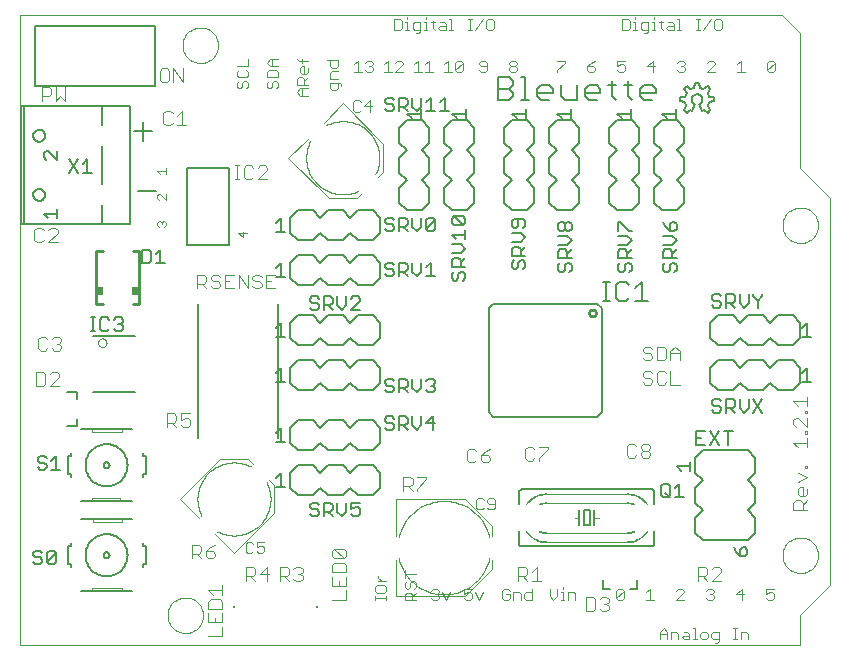
<source format=gto>
G75*
G70*
%OFA0B0*%
%FSLAX24Y24*%
%IPPOS*%
%LPD*%
%AMOC8*
5,1,8,0,0,1.08239X$1,22.5*
%
%ADD10C,0.0000*%
%ADD11C,0.0040*%
%ADD12C,0.0070*%
%ADD13C,0.0080*%
%ADD14C,0.0001*%
%ADD15C,0.0060*%
%ADD16C,0.0020*%
%ADD17C,0.0050*%
%ADD18C,0.0100*%
%ADD19C,0.0030*%
%ADD20R,0.0079X0.0079*%
%ADD21R,0.0197X0.0295*%
D10*
X000500Y000500D02*
X000500Y021500D01*
X025900Y021500D01*
X026500Y020900D01*
X026500Y016400D01*
X027500Y015400D01*
X027500Y002500D01*
X026500Y001500D01*
X026500Y000500D01*
X000500Y000500D01*
X005409Y001500D02*
X005411Y001548D01*
X005417Y001596D01*
X005427Y001643D01*
X005440Y001689D01*
X005458Y001734D01*
X005478Y001778D01*
X005503Y001820D01*
X005531Y001859D01*
X005561Y001896D01*
X005595Y001930D01*
X005632Y001962D01*
X005670Y001991D01*
X005711Y002016D01*
X005754Y002038D01*
X005799Y002056D01*
X005845Y002070D01*
X005892Y002081D01*
X005940Y002088D01*
X005988Y002091D01*
X006036Y002090D01*
X006084Y002085D01*
X006132Y002076D01*
X006178Y002064D01*
X006223Y002047D01*
X006267Y002027D01*
X006309Y002004D01*
X006349Y001977D01*
X006387Y001947D01*
X006422Y001914D01*
X006454Y001878D01*
X006484Y001840D01*
X006510Y001799D01*
X006532Y001756D01*
X006552Y001712D01*
X006567Y001667D01*
X006579Y001620D01*
X006587Y001572D01*
X006591Y001524D01*
X006591Y001476D01*
X006587Y001428D01*
X006579Y001380D01*
X006567Y001333D01*
X006552Y001288D01*
X006532Y001244D01*
X006510Y001201D01*
X006484Y001160D01*
X006454Y001122D01*
X006422Y001086D01*
X006387Y001053D01*
X006349Y001023D01*
X006309Y000996D01*
X006267Y000973D01*
X006223Y000953D01*
X006178Y000936D01*
X006132Y000924D01*
X006084Y000915D01*
X006036Y000910D01*
X005988Y000909D01*
X005940Y000912D01*
X005892Y000919D01*
X005845Y000930D01*
X005799Y000944D01*
X005754Y000962D01*
X005711Y000984D01*
X005670Y001009D01*
X005632Y001038D01*
X005595Y001070D01*
X005561Y001104D01*
X005531Y001141D01*
X005503Y001180D01*
X005478Y001222D01*
X005458Y001266D01*
X005440Y001311D01*
X005427Y001357D01*
X005417Y001404D01*
X005411Y001452D01*
X005409Y001500D01*
X025909Y003500D02*
X025911Y003548D01*
X025917Y003596D01*
X025927Y003643D01*
X025940Y003689D01*
X025958Y003734D01*
X025978Y003778D01*
X026003Y003820D01*
X026031Y003859D01*
X026061Y003896D01*
X026095Y003930D01*
X026132Y003962D01*
X026170Y003991D01*
X026211Y004016D01*
X026254Y004038D01*
X026299Y004056D01*
X026345Y004070D01*
X026392Y004081D01*
X026440Y004088D01*
X026488Y004091D01*
X026536Y004090D01*
X026584Y004085D01*
X026632Y004076D01*
X026678Y004064D01*
X026723Y004047D01*
X026767Y004027D01*
X026809Y004004D01*
X026849Y003977D01*
X026887Y003947D01*
X026922Y003914D01*
X026954Y003878D01*
X026984Y003840D01*
X027010Y003799D01*
X027032Y003756D01*
X027052Y003712D01*
X027067Y003667D01*
X027079Y003620D01*
X027087Y003572D01*
X027091Y003524D01*
X027091Y003476D01*
X027087Y003428D01*
X027079Y003380D01*
X027067Y003333D01*
X027052Y003288D01*
X027032Y003244D01*
X027010Y003201D01*
X026984Y003160D01*
X026954Y003122D01*
X026922Y003086D01*
X026887Y003053D01*
X026849Y003023D01*
X026809Y002996D01*
X026767Y002973D01*
X026723Y002953D01*
X026678Y002936D01*
X026632Y002924D01*
X026584Y002915D01*
X026536Y002910D01*
X026488Y002909D01*
X026440Y002912D01*
X026392Y002919D01*
X026345Y002930D01*
X026299Y002944D01*
X026254Y002962D01*
X026211Y002984D01*
X026170Y003009D01*
X026132Y003038D01*
X026095Y003070D01*
X026061Y003104D01*
X026031Y003141D01*
X026003Y003180D01*
X025978Y003222D01*
X025958Y003266D01*
X025940Y003311D01*
X025927Y003357D01*
X025917Y003404D01*
X025911Y003452D01*
X025909Y003500D01*
X025909Y014500D02*
X025911Y014548D01*
X025917Y014596D01*
X025927Y014643D01*
X025940Y014689D01*
X025958Y014734D01*
X025978Y014778D01*
X026003Y014820D01*
X026031Y014859D01*
X026061Y014896D01*
X026095Y014930D01*
X026132Y014962D01*
X026170Y014991D01*
X026211Y015016D01*
X026254Y015038D01*
X026299Y015056D01*
X026345Y015070D01*
X026392Y015081D01*
X026440Y015088D01*
X026488Y015091D01*
X026536Y015090D01*
X026584Y015085D01*
X026632Y015076D01*
X026678Y015064D01*
X026723Y015047D01*
X026767Y015027D01*
X026809Y015004D01*
X026849Y014977D01*
X026887Y014947D01*
X026922Y014914D01*
X026954Y014878D01*
X026984Y014840D01*
X027010Y014799D01*
X027032Y014756D01*
X027052Y014712D01*
X027067Y014667D01*
X027079Y014620D01*
X027087Y014572D01*
X027091Y014524D01*
X027091Y014476D01*
X027087Y014428D01*
X027079Y014380D01*
X027067Y014333D01*
X027052Y014288D01*
X027032Y014244D01*
X027010Y014201D01*
X026984Y014160D01*
X026954Y014122D01*
X026922Y014086D01*
X026887Y014053D01*
X026849Y014023D01*
X026809Y013996D01*
X026767Y013973D01*
X026723Y013953D01*
X026678Y013936D01*
X026632Y013924D01*
X026584Y013915D01*
X026536Y013910D01*
X026488Y013909D01*
X026440Y013912D01*
X026392Y013919D01*
X026345Y013930D01*
X026299Y013944D01*
X026254Y013962D01*
X026211Y013984D01*
X026170Y014009D01*
X026132Y014038D01*
X026095Y014070D01*
X026061Y014104D01*
X026031Y014141D01*
X026003Y014180D01*
X025978Y014222D01*
X025958Y014266D01*
X025940Y014311D01*
X025927Y014357D01*
X025917Y014404D01*
X025911Y014452D01*
X025909Y014500D01*
X005909Y020500D02*
X005911Y020548D01*
X005917Y020596D01*
X005927Y020643D01*
X005940Y020689D01*
X005958Y020734D01*
X005978Y020778D01*
X006003Y020820D01*
X006031Y020859D01*
X006061Y020896D01*
X006095Y020930D01*
X006132Y020962D01*
X006170Y020991D01*
X006211Y021016D01*
X006254Y021038D01*
X006299Y021056D01*
X006345Y021070D01*
X006392Y021081D01*
X006440Y021088D01*
X006488Y021091D01*
X006536Y021090D01*
X006584Y021085D01*
X006632Y021076D01*
X006678Y021064D01*
X006723Y021047D01*
X006767Y021027D01*
X006809Y021004D01*
X006849Y020977D01*
X006887Y020947D01*
X006922Y020914D01*
X006954Y020878D01*
X006984Y020840D01*
X007010Y020799D01*
X007032Y020756D01*
X007052Y020712D01*
X007067Y020667D01*
X007079Y020620D01*
X007087Y020572D01*
X007091Y020524D01*
X007091Y020476D01*
X007087Y020428D01*
X007079Y020380D01*
X007067Y020333D01*
X007052Y020288D01*
X007032Y020244D01*
X007010Y020201D01*
X006984Y020160D01*
X006954Y020122D01*
X006922Y020086D01*
X006887Y020053D01*
X006849Y020023D01*
X006809Y019996D01*
X006767Y019973D01*
X006723Y019953D01*
X006678Y019936D01*
X006632Y019924D01*
X006584Y019915D01*
X006536Y019910D01*
X006488Y019909D01*
X006440Y019912D01*
X006392Y019919D01*
X006345Y019930D01*
X006299Y019944D01*
X006254Y019962D01*
X006211Y019984D01*
X006170Y020009D01*
X006132Y020038D01*
X006095Y020070D01*
X006061Y020104D01*
X006031Y020141D01*
X006003Y020180D01*
X005978Y020222D01*
X005958Y020266D01*
X005940Y020311D01*
X005927Y020357D01*
X005917Y020404D01*
X005911Y020452D01*
X005909Y020500D01*
D11*
X005912Y019730D02*
X005912Y019270D01*
X005605Y019730D01*
X005605Y019270D01*
X005452Y019347D02*
X005452Y019654D01*
X005375Y019730D01*
X005222Y019730D01*
X005145Y019654D01*
X005145Y019347D01*
X005222Y019270D01*
X005375Y019270D01*
X005452Y019347D01*
X005500Y018305D02*
X005347Y018305D01*
X005270Y018229D01*
X005270Y017922D01*
X005347Y017845D01*
X005500Y017845D01*
X005577Y017922D01*
X005730Y017845D02*
X006037Y017845D01*
X005884Y017845D02*
X005884Y018305D01*
X005730Y018152D01*
X005577Y018229D02*
X005500Y018305D01*
X005350Y016396D02*
X005350Y016210D01*
X005350Y016303D02*
X005070Y016303D01*
X005163Y016210D01*
X005159Y015545D02*
X005113Y015545D01*
X005066Y015499D01*
X005066Y015405D01*
X005113Y015358D01*
X005159Y015545D02*
X005346Y015358D01*
X005346Y015545D01*
X005303Y014635D02*
X005350Y014589D01*
X005350Y014495D01*
X005303Y014448D01*
X005210Y014542D02*
X005210Y014589D01*
X005257Y014635D01*
X005303Y014635D01*
X005210Y014589D02*
X005163Y014635D01*
X005116Y014635D01*
X005070Y014589D01*
X005070Y014495D01*
X005116Y014448D01*
X006395Y012855D02*
X006625Y012855D01*
X006702Y012779D01*
X006702Y012625D01*
X006625Y012548D01*
X006395Y012548D01*
X006395Y012395D02*
X006395Y012855D01*
X006855Y012779D02*
X006855Y012702D01*
X006932Y012625D01*
X007086Y012625D01*
X007162Y012548D01*
X007162Y012472D01*
X007086Y012395D01*
X006932Y012395D01*
X006855Y012472D01*
X006702Y012395D02*
X006548Y012548D01*
X006855Y012779D02*
X006932Y012855D01*
X007086Y012855D01*
X007162Y012779D01*
X007316Y012855D02*
X007316Y012395D01*
X007623Y012395D01*
X007776Y012395D02*
X007776Y012855D01*
X008083Y012395D01*
X008083Y012855D01*
X008237Y012779D02*
X008237Y012702D01*
X008313Y012625D01*
X008467Y012625D01*
X008543Y012548D01*
X008543Y012472D01*
X008467Y012395D01*
X008313Y012395D01*
X008237Y012472D01*
X008237Y012779D02*
X008313Y012855D01*
X008467Y012855D01*
X008543Y012779D01*
X008697Y012855D02*
X008697Y012395D01*
X009004Y012395D01*
X008850Y012625D02*
X008697Y012625D01*
X008697Y012855D02*
X009004Y012855D01*
X007623Y012855D02*
X007316Y012855D01*
X007316Y012625D02*
X007469Y012625D01*
X007910Y014100D02*
X007910Y014287D01*
X008050Y014240D02*
X007770Y014240D01*
X007910Y014100D01*
X007798Y016040D02*
X007645Y016040D01*
X007722Y016040D02*
X007722Y016500D01*
X007798Y016500D02*
X007645Y016500D01*
X007952Y016424D02*
X007952Y016117D01*
X008029Y016040D01*
X008182Y016040D01*
X008259Y016117D01*
X008412Y016040D02*
X008719Y016347D01*
X008719Y016424D01*
X008643Y016500D01*
X008489Y016500D01*
X008412Y016424D01*
X008259Y016424D02*
X008182Y016500D01*
X008029Y016500D01*
X007952Y016424D01*
X008412Y016040D02*
X008719Y016040D01*
X009440Y016750D02*
X010081Y017390D01*
X010610Y017919D02*
X011250Y018560D01*
X012586Y017223D01*
X012586Y016277D01*
X012419Y016110D01*
X011890Y015581D02*
X011723Y015414D01*
X010777Y015414D01*
X009440Y016750D01*
X010164Y017307D02*
X010135Y017245D01*
X010109Y017182D01*
X010087Y017117D01*
X010068Y017052D01*
X010053Y016985D01*
X010042Y016918D01*
X010034Y016850D01*
X010030Y016782D01*
X010031Y016714D01*
X010034Y016645D01*
X010042Y016578D01*
X010054Y016510D01*
X010069Y016444D01*
X010088Y016378D01*
X010111Y016314D01*
X010137Y016251D01*
X010167Y016189D01*
X010200Y016130D01*
X010236Y016072D01*
X010275Y016016D01*
X010318Y015963D01*
X010364Y015912D01*
X010412Y015864D01*
X010463Y015818D01*
X010516Y015775D01*
X010572Y015736D01*
X010630Y015700D01*
X010689Y015667D01*
X010751Y015637D01*
X010814Y015611D01*
X010878Y015588D01*
X010944Y015569D01*
X011010Y015554D01*
X011078Y015542D01*
X011145Y015534D01*
X011214Y015531D01*
X011282Y015530D01*
X011350Y015534D01*
X011418Y015542D01*
X011485Y015553D01*
X011552Y015568D01*
X011617Y015587D01*
X011682Y015609D01*
X011745Y015635D01*
X011807Y015664D01*
X012336Y016193D02*
X012365Y016255D01*
X012391Y016318D01*
X012413Y016383D01*
X012432Y016448D01*
X012447Y016515D01*
X012458Y016582D01*
X012466Y016650D01*
X012470Y016718D01*
X012469Y016786D01*
X012466Y016855D01*
X012458Y016922D01*
X012446Y016990D01*
X012431Y017056D01*
X012412Y017122D01*
X012389Y017186D01*
X012363Y017249D01*
X012333Y017311D01*
X012300Y017370D01*
X012264Y017428D01*
X012225Y017484D01*
X012182Y017537D01*
X012136Y017588D01*
X012088Y017636D01*
X012037Y017682D01*
X011984Y017725D01*
X011928Y017764D01*
X011870Y017800D01*
X011811Y017833D01*
X011749Y017863D01*
X011686Y017889D01*
X011622Y017912D01*
X011556Y017931D01*
X011490Y017946D01*
X011422Y017958D01*
X011355Y017966D01*
X011286Y017969D01*
X011218Y017970D01*
X011150Y017966D01*
X011082Y017958D01*
X011015Y017947D01*
X010948Y017932D01*
X010883Y017913D01*
X010818Y017891D01*
X010755Y017865D01*
X010693Y017836D01*
X001992Y018645D02*
X001992Y019105D01*
X001685Y019105D02*
X001685Y018645D01*
X001838Y018798D01*
X001992Y018645D01*
X001531Y018875D02*
X001454Y018798D01*
X001224Y018798D01*
X001224Y018645D02*
X001224Y019105D01*
X001454Y019105D01*
X001531Y019029D01*
X001531Y018875D01*
X001511Y014405D02*
X001435Y014329D01*
X001511Y014405D02*
X001665Y014405D01*
X001742Y014329D01*
X001742Y014252D01*
X001435Y013945D01*
X001742Y013945D01*
X001281Y014022D02*
X001204Y013945D01*
X001051Y013945D01*
X000974Y014022D01*
X000974Y014329D01*
X001051Y014405D01*
X001204Y014405D01*
X001281Y014329D01*
X001329Y010780D02*
X001176Y010780D01*
X001099Y010704D01*
X001099Y010397D01*
X001176Y010320D01*
X001329Y010320D01*
X001406Y010397D01*
X001560Y010397D02*
X001636Y010320D01*
X001790Y010320D01*
X001867Y010397D01*
X001867Y010473D01*
X001790Y010550D01*
X001713Y010550D01*
X001790Y010550D02*
X001867Y010627D01*
X001867Y010704D01*
X001790Y010780D01*
X001636Y010780D01*
X001560Y010704D01*
X001406Y010704D02*
X001329Y010780D01*
X001250Y009605D02*
X001020Y009605D01*
X001020Y009145D01*
X001250Y009145D01*
X001327Y009222D01*
X001327Y009529D01*
X001250Y009605D01*
X001480Y009529D02*
X001557Y009605D01*
X001711Y009605D01*
X001787Y009529D01*
X001787Y009452D01*
X001480Y009145D01*
X001787Y009145D01*
X005395Y008230D02*
X005395Y007770D01*
X005395Y007923D02*
X005625Y007923D01*
X005702Y008000D01*
X005702Y008154D01*
X005625Y008230D01*
X005395Y008230D01*
X005548Y007923D02*
X005702Y007770D01*
X005855Y007847D02*
X005932Y007770D01*
X006086Y007770D01*
X006162Y007847D01*
X006162Y008000D01*
X006086Y008077D01*
X006009Y008077D01*
X005855Y008000D01*
X005855Y008230D01*
X006162Y008230D01*
X007152Y006711D02*
X008098Y006711D01*
X008265Y006544D01*
X008794Y006015D02*
X008961Y005848D01*
X008961Y004902D01*
X007625Y003565D01*
X006985Y004206D01*
X006992Y003855D02*
X006838Y003779D01*
X006685Y003625D01*
X006915Y003625D01*
X006992Y003548D01*
X006992Y003472D01*
X006915Y003395D01*
X006761Y003395D01*
X006685Y003472D01*
X006685Y003625D01*
X006531Y003625D02*
X006454Y003548D01*
X006224Y003548D01*
X006224Y003395D02*
X006224Y003855D01*
X006454Y003855D01*
X006531Y003779D01*
X006531Y003625D01*
X006378Y003548D02*
X006531Y003395D01*
X007230Y002492D02*
X007230Y002185D01*
X007230Y002338D02*
X006770Y002338D01*
X006923Y002185D01*
X006846Y002031D02*
X007153Y002031D01*
X007230Y001954D01*
X007230Y001724D01*
X006770Y001724D01*
X006770Y001954D01*
X006846Y002031D01*
X006770Y001571D02*
X006770Y001264D01*
X007230Y001264D01*
X007230Y001571D01*
X007000Y001417D02*
X007000Y001264D01*
X007230Y001110D02*
X007230Y000803D01*
X006770Y000803D01*
X008020Y002645D02*
X008020Y003105D01*
X008250Y003105D01*
X008327Y003029D01*
X008327Y002875D01*
X008250Y002798D01*
X008020Y002798D01*
X008173Y002798D02*
X008327Y002645D01*
X008480Y002875D02*
X008787Y002875D01*
X008711Y002645D02*
X008711Y003105D01*
X008480Y002875D01*
X009145Y002798D02*
X009375Y002798D01*
X009452Y002875D01*
X009452Y003029D01*
X009375Y003105D01*
X009145Y003105D01*
X009145Y002645D01*
X009298Y002798D02*
X009452Y002645D01*
X009605Y002722D02*
X009682Y002645D01*
X009836Y002645D01*
X009912Y002722D01*
X009912Y002798D01*
X009836Y002875D01*
X009759Y002875D01*
X009836Y002875D02*
X009912Y002952D01*
X009912Y003029D01*
X009836Y003105D01*
X009682Y003105D01*
X009605Y003029D01*
X010895Y002941D02*
X010895Y003171D01*
X010971Y003248D01*
X011278Y003248D01*
X011355Y003171D01*
X011355Y002941D01*
X010895Y002941D01*
X010895Y002787D02*
X010895Y002480D01*
X011355Y002480D01*
X011355Y002787D01*
X011125Y002634D02*
X011125Y002480D01*
X011355Y002327D02*
X011355Y002020D01*
X010895Y002020D01*
X010971Y003401D02*
X010895Y003478D01*
X010895Y003631D01*
X010971Y003708D01*
X011278Y003401D01*
X011355Y003478D01*
X011355Y003631D01*
X011278Y003708D01*
X010971Y003708D01*
X010971Y003401D02*
X011278Y003401D01*
X013011Y003356D02*
X013011Y002136D01*
X015334Y002136D01*
X016239Y003041D01*
X016239Y003356D01*
X017099Y003105D02*
X017099Y002645D01*
X017099Y002798D02*
X017329Y002798D01*
X017406Y002875D01*
X017406Y003029D01*
X017329Y003105D01*
X017099Y003105D01*
X017253Y002798D02*
X017406Y002645D01*
X017560Y002645D02*
X017867Y002645D01*
X017713Y002645D02*
X017713Y003105D01*
X017560Y002952D01*
X016239Y004144D02*
X016239Y004459D01*
X015334Y005364D01*
X013011Y005364D01*
X013011Y004144D01*
X013109Y003396D02*
X013129Y003319D01*
X013152Y003244D01*
X013180Y003170D01*
X013211Y003098D01*
X013246Y003027D01*
X013284Y002958D01*
X013326Y002892D01*
X013371Y002827D01*
X013419Y002765D01*
X013471Y002705D01*
X013525Y002648D01*
X013582Y002594D01*
X013642Y002542D01*
X013704Y002494D01*
X013769Y002449D01*
X013836Y002408D01*
X013905Y002370D01*
X013976Y002335D01*
X014048Y002304D01*
X014122Y002276D01*
X014197Y002253D01*
X014273Y002233D01*
X014351Y002217D01*
X014429Y002205D01*
X014507Y002197D01*
X014586Y002193D01*
X014664Y002193D01*
X014743Y002197D01*
X014821Y002205D01*
X014899Y002217D01*
X014977Y002233D01*
X015053Y002253D01*
X015128Y002276D01*
X015202Y002304D01*
X015274Y002335D01*
X015345Y002370D01*
X015414Y002408D01*
X015481Y002449D01*
X015546Y002494D01*
X015608Y002542D01*
X015668Y002594D01*
X015725Y002648D01*
X015779Y002705D01*
X015831Y002765D01*
X015879Y002827D01*
X015924Y002892D01*
X015966Y002958D01*
X016004Y003027D01*
X016039Y003098D01*
X016070Y003170D01*
X016098Y003244D01*
X016121Y003319D01*
X016141Y003396D01*
X016141Y004104D02*
X016121Y004181D01*
X016098Y004256D01*
X016070Y004330D01*
X016039Y004402D01*
X016004Y004473D01*
X015966Y004542D01*
X015924Y004608D01*
X015879Y004673D01*
X015831Y004735D01*
X015779Y004795D01*
X015725Y004852D01*
X015668Y004906D01*
X015608Y004958D01*
X015546Y005006D01*
X015481Y005051D01*
X015414Y005092D01*
X015345Y005130D01*
X015274Y005165D01*
X015202Y005196D01*
X015128Y005224D01*
X015053Y005247D01*
X014977Y005267D01*
X014899Y005283D01*
X014821Y005295D01*
X014743Y005303D01*
X014664Y005307D01*
X014586Y005307D01*
X014507Y005303D01*
X014429Y005295D01*
X014351Y005283D01*
X014273Y005267D01*
X014197Y005247D01*
X014122Y005224D01*
X014048Y005196D01*
X013976Y005165D01*
X013905Y005130D01*
X013836Y005092D01*
X013769Y005051D01*
X013704Y005006D01*
X013642Y004958D01*
X013582Y004906D01*
X013525Y004852D01*
X013471Y004795D01*
X013419Y004735D01*
X013371Y004673D01*
X013326Y004608D01*
X013284Y004542D01*
X013246Y004473D01*
X013211Y004402D01*
X013180Y004330D01*
X013152Y004256D01*
X013129Y004181D01*
X013109Y004104D01*
X013270Y005645D02*
X013270Y006105D01*
X013500Y006105D01*
X013577Y006029D01*
X013577Y005875D01*
X013500Y005798D01*
X013270Y005798D01*
X013423Y005798D02*
X013577Y005645D01*
X013730Y005645D02*
X013730Y005722D01*
X014037Y006029D01*
X014037Y006105D01*
X013730Y006105D01*
X015395Y006672D02*
X015472Y006595D01*
X015625Y006595D01*
X015702Y006672D01*
X015855Y006672D02*
X015855Y006825D01*
X016086Y006825D01*
X016162Y006748D01*
X016162Y006672D01*
X016086Y006595D01*
X015932Y006595D01*
X015855Y006672D01*
X015855Y006825D02*
X016009Y006979D01*
X016162Y007055D01*
X015702Y006979D02*
X015625Y007055D01*
X015472Y007055D01*
X015395Y006979D01*
X015395Y006672D01*
X017333Y006734D02*
X017409Y006658D01*
X017563Y006658D01*
X017639Y006734D01*
X017793Y006734D02*
X017793Y006658D01*
X017793Y006734D02*
X018100Y007041D01*
X018100Y007118D01*
X017793Y007118D01*
X017639Y007041D02*
X017563Y007118D01*
X017409Y007118D01*
X017333Y007041D01*
X017333Y006734D01*
X020724Y006834D02*
X020801Y006758D01*
X020954Y006758D01*
X021031Y006834D01*
X021185Y006834D02*
X021185Y006911D01*
X021261Y006988D01*
X021415Y006988D01*
X021492Y006911D01*
X021492Y006834D01*
X021415Y006758D01*
X021261Y006758D01*
X021185Y006834D01*
X021261Y006988D02*
X021185Y007064D01*
X021185Y007141D01*
X021261Y007218D01*
X021415Y007218D01*
X021492Y007141D01*
X021492Y007064D01*
X021415Y006988D01*
X021031Y007141D02*
X020954Y007218D01*
X020801Y007218D01*
X020724Y007141D01*
X020724Y006834D01*
X021328Y009183D02*
X021251Y009260D01*
X021328Y009183D02*
X021481Y009183D01*
X021558Y009260D01*
X021558Y009337D01*
X021481Y009414D01*
X021328Y009414D01*
X021251Y009490D01*
X021251Y009567D01*
X021328Y009644D01*
X021481Y009644D01*
X021558Y009567D01*
X021712Y009567D02*
X021712Y009260D01*
X021788Y009183D01*
X021942Y009183D01*
X022019Y009260D01*
X022172Y009183D02*
X022479Y009183D01*
X022172Y009183D02*
X022172Y009644D01*
X022019Y009567D02*
X021942Y009644D01*
X021788Y009644D01*
X021712Y009567D01*
X021712Y009996D02*
X021942Y009996D01*
X022019Y010073D01*
X022019Y010380D01*
X021942Y010456D01*
X021712Y010456D01*
X021712Y009996D01*
X021558Y010073D02*
X021481Y009996D01*
X021328Y009996D01*
X021251Y010073D01*
X021328Y010226D02*
X021251Y010303D01*
X021251Y010380D01*
X021328Y010456D01*
X021481Y010456D01*
X021558Y010380D01*
X021481Y010226D02*
X021558Y010149D01*
X021558Y010073D01*
X021481Y010226D02*
X021328Y010226D01*
X022172Y010226D02*
X022479Y010226D01*
X022479Y010303D02*
X022479Y009996D01*
X022479Y010303D02*
X022326Y010456D01*
X022172Y010303D01*
X022172Y009996D01*
X026270Y008626D02*
X026423Y008473D01*
X026270Y008626D02*
X026730Y008626D01*
X026730Y008473D02*
X026730Y008780D01*
X026730Y008319D02*
X026730Y008243D01*
X026653Y008243D01*
X026653Y008319D01*
X026730Y008319D01*
X026730Y008089D02*
X026730Y007782D01*
X026423Y008089D01*
X026346Y008089D01*
X026270Y008013D01*
X026270Y007859D01*
X026346Y007782D01*
X026653Y007629D02*
X026730Y007629D01*
X026730Y007552D01*
X026653Y007552D01*
X026653Y007629D01*
X026730Y007399D02*
X026730Y007092D01*
X026730Y007245D02*
X026270Y007245D01*
X026423Y007092D01*
X026653Y006478D02*
X026730Y006478D01*
X026730Y006401D01*
X026653Y006401D01*
X026653Y006478D01*
X026423Y006248D02*
X026730Y006094D01*
X026423Y005941D01*
X026500Y005787D02*
X026423Y005711D01*
X026423Y005557D01*
X026500Y005480D01*
X026653Y005480D01*
X026730Y005557D01*
X026730Y005711D01*
X026577Y005787D02*
X026577Y005480D01*
X026500Y005327D02*
X026346Y005327D01*
X026270Y005250D01*
X026270Y005020D01*
X026730Y005020D01*
X026577Y005020D02*
X026577Y005250D01*
X026500Y005327D01*
X026577Y005173D02*
X026730Y005327D01*
X026577Y005787D02*
X026500Y005787D01*
X023790Y003105D02*
X023636Y003105D01*
X023560Y003029D01*
X023406Y003029D02*
X023406Y002875D01*
X023329Y002798D01*
X023099Y002798D01*
X023099Y002645D02*
X023099Y003105D01*
X023329Y003105D01*
X023406Y003029D01*
X023253Y002798D02*
X023406Y002645D01*
X023560Y002645D02*
X023867Y002952D01*
X023867Y003029D01*
X023790Y003105D01*
X023867Y002645D02*
X023560Y002645D01*
X020117Y002029D02*
X020117Y001952D01*
X020040Y001875D01*
X020117Y001798D01*
X020117Y001722D01*
X020040Y001645D01*
X019886Y001645D01*
X019810Y001722D01*
X019656Y001722D02*
X019656Y002029D01*
X019579Y002105D01*
X019349Y002105D01*
X019349Y001645D01*
X019579Y001645D01*
X019656Y001722D01*
X019963Y001875D02*
X020040Y001875D01*
X020117Y002029D02*
X020040Y002105D01*
X019886Y002105D01*
X019810Y002029D01*
X008711Y005932D02*
X008740Y005870D01*
X008766Y005807D01*
X008788Y005742D01*
X008807Y005677D01*
X008822Y005610D01*
X008833Y005543D01*
X008841Y005475D01*
X008845Y005407D01*
X008844Y005339D01*
X008841Y005270D01*
X008833Y005203D01*
X008821Y005135D01*
X008806Y005069D01*
X008787Y005003D01*
X008764Y004939D01*
X008738Y004876D01*
X008708Y004814D01*
X008675Y004755D01*
X008639Y004697D01*
X008600Y004641D01*
X008557Y004588D01*
X008511Y004537D01*
X008463Y004489D01*
X008412Y004443D01*
X008359Y004400D01*
X008303Y004361D01*
X008245Y004325D01*
X008186Y004292D01*
X008124Y004262D01*
X008061Y004236D01*
X007997Y004213D01*
X007931Y004194D01*
X007865Y004179D01*
X007797Y004167D01*
X007730Y004159D01*
X007661Y004156D01*
X007593Y004155D01*
X007525Y004159D01*
X007457Y004167D01*
X007390Y004178D01*
X007323Y004193D01*
X007258Y004212D01*
X007193Y004234D01*
X007130Y004260D01*
X007068Y004289D01*
X006456Y004735D02*
X005815Y005375D01*
X007152Y006711D01*
X008182Y006461D02*
X008120Y006490D01*
X008057Y006516D01*
X007992Y006538D01*
X007927Y006557D01*
X007860Y006572D01*
X007793Y006583D01*
X007725Y006591D01*
X007657Y006595D01*
X007589Y006594D01*
X007520Y006591D01*
X007453Y006583D01*
X007385Y006571D01*
X007319Y006556D01*
X007253Y006537D01*
X007189Y006514D01*
X007126Y006488D01*
X007064Y006458D01*
X007005Y006425D01*
X006947Y006389D01*
X006891Y006350D01*
X006838Y006307D01*
X006787Y006261D01*
X006739Y006213D01*
X006693Y006162D01*
X006650Y006109D01*
X006611Y006053D01*
X006575Y005995D01*
X006542Y005936D01*
X006512Y005874D01*
X006486Y005811D01*
X006463Y005747D01*
X006444Y005681D01*
X006429Y005615D01*
X006417Y005547D01*
X006409Y005480D01*
X006406Y005411D01*
X006405Y005343D01*
X006409Y005275D01*
X006417Y005207D01*
X006428Y005140D01*
X006443Y005073D01*
X006462Y005008D01*
X006484Y004943D01*
X006510Y004880D01*
X006539Y004818D01*
D12*
X016410Y018660D02*
X016805Y018660D01*
X016937Y018792D01*
X016937Y018924D01*
X016805Y019055D01*
X016410Y019055D01*
X016410Y018660D02*
X016410Y019451D01*
X016805Y019451D01*
X016937Y019319D01*
X016937Y019187D01*
X016805Y019055D01*
X017202Y018660D02*
X017465Y018660D01*
X017334Y018660D02*
X017334Y019451D01*
X017202Y019451D01*
X017730Y019055D02*
X017862Y019187D01*
X018125Y019187D01*
X018257Y019055D01*
X018257Y018924D01*
X017730Y018924D01*
X017730Y019055D02*
X017730Y018792D01*
X017862Y018660D01*
X018125Y018660D01*
X018522Y018792D02*
X018522Y019187D01*
X018522Y018792D02*
X018653Y018660D01*
X019049Y018660D01*
X019049Y019187D01*
X019314Y019055D02*
X019445Y019187D01*
X019709Y019187D01*
X019841Y019055D01*
X019841Y018924D01*
X019314Y018924D01*
X019314Y019055D02*
X019314Y018792D01*
X019445Y018660D01*
X019709Y018660D01*
X020237Y018792D02*
X020369Y018660D01*
X020237Y018792D02*
X020237Y019319D01*
X020105Y019187D02*
X020369Y019187D01*
X020633Y019187D02*
X020897Y019187D01*
X020765Y019319D02*
X020765Y018792D01*
X020897Y018660D01*
X021161Y018792D02*
X021161Y019055D01*
X021293Y019187D01*
X021557Y019187D01*
X021688Y019055D01*
X021688Y018924D01*
X021161Y018924D01*
X021161Y018792D02*
X021293Y018660D01*
X021557Y018660D01*
D13*
X022500Y018630D02*
X022500Y018760D01*
X022650Y018780D01*
X022710Y018910D01*
X022620Y019040D01*
X022710Y019130D01*
X022840Y019040D01*
X022960Y019090D01*
X022990Y019250D01*
X023120Y019250D01*
X023150Y019090D01*
X023270Y019040D01*
X023410Y019130D01*
X023500Y019040D01*
X023410Y018910D01*
X023460Y018790D01*
X023610Y018760D01*
X023610Y018630D01*
X023470Y018600D01*
X023410Y018470D01*
X023500Y018340D01*
X023410Y018250D01*
X023290Y018330D01*
X023230Y018300D01*
X023140Y018530D01*
X022980Y018530D02*
X022880Y018300D01*
X022830Y018330D01*
X022710Y018250D01*
X022620Y018340D01*
X022700Y018470D01*
X022650Y018600D01*
X022500Y018630D01*
X022980Y018530D02*
X022958Y018543D01*
X022938Y018559D01*
X022920Y018578D01*
X022905Y018600D01*
X022894Y018623D01*
X022886Y018648D01*
X022882Y018673D01*
X022881Y018699D01*
X022884Y018725D01*
X022891Y018750D01*
X022902Y018773D01*
X022915Y018795D01*
X022932Y018815D01*
X022951Y018832D01*
X022973Y018847D01*
X022997Y018857D01*
X023021Y018865D01*
X023047Y018869D01*
X023073Y018869D01*
X023099Y018865D01*
X023123Y018857D01*
X023147Y018847D01*
X023169Y018832D01*
X023188Y018815D01*
X023205Y018795D01*
X023218Y018773D01*
X023229Y018750D01*
X023236Y018725D01*
X023239Y018699D01*
X023238Y018673D01*
X023234Y018648D01*
X023226Y018623D01*
X023215Y018600D01*
X023200Y018578D01*
X023182Y018559D01*
X023162Y018543D01*
X023140Y018530D01*
X019732Y011890D02*
X016268Y011890D01*
X016110Y011732D01*
X016110Y008268D01*
X016268Y008110D01*
X019732Y008110D01*
X019890Y008268D01*
X019890Y011732D01*
X019732Y011890D01*
X009079Y011859D02*
X009079Y007401D01*
X006421Y007401D02*
X006421Y011859D01*
X006050Y013835D02*
X006050Y016415D01*
X007450Y016415D01*
X007450Y013835D01*
X006050Y013835D01*
X005029Y015625D02*
X004415Y015625D01*
X004597Y017318D02*
X004597Y017932D01*
X004290Y017625D02*
X004904Y017625D01*
X005000Y019125D02*
X005000Y021125D01*
X001000Y021125D01*
X001000Y019125D01*
X005000Y019125D01*
D14*
X017356Y004294D02*
X017372Y004305D01*
X017371Y004305D02*
X017404Y004260D01*
X017439Y004218D01*
X017478Y004179D01*
X017518Y004142D01*
X017562Y004109D01*
X017607Y004078D01*
X017655Y004051D01*
X017704Y004027D01*
X017755Y004006D01*
X017808Y003989D01*
X017861Y003976D01*
X017915Y003967D01*
X017970Y003961D01*
X018025Y003959D01*
X018025Y003941D01*
X018025Y003940D01*
X017968Y003942D01*
X017912Y003948D01*
X017857Y003958D01*
X017802Y003971D01*
X017749Y003988D01*
X017697Y004009D01*
X017646Y004034D01*
X017597Y004062D01*
X017551Y004093D01*
X017506Y004128D01*
X017464Y004165D01*
X017425Y004206D01*
X017389Y004249D01*
X017356Y004294D01*
X017356Y004295D01*
X017390Y004249D01*
X017426Y004206D01*
X017465Y004166D01*
X017507Y004129D01*
X017551Y004094D01*
X017598Y004063D01*
X017647Y004035D01*
X017697Y004010D01*
X017749Y003989D01*
X017803Y003972D01*
X017857Y003959D01*
X017913Y003949D01*
X017968Y003943D01*
X018025Y003941D01*
X018025Y003942D01*
X017968Y003944D01*
X017913Y003950D01*
X017857Y003960D01*
X017803Y003973D01*
X017750Y003990D01*
X017698Y004011D01*
X017647Y004036D01*
X017598Y004064D01*
X017552Y004095D01*
X017508Y004129D01*
X017466Y004167D01*
X017427Y004207D01*
X017390Y004250D01*
X017357Y004295D01*
X017358Y004296D01*
X017391Y004250D01*
X017427Y004208D01*
X017466Y004168D01*
X017508Y004130D01*
X017552Y004096D01*
X017599Y004065D01*
X017648Y004037D01*
X017698Y004012D01*
X017750Y003991D01*
X017803Y003974D01*
X017858Y003961D01*
X017913Y003951D01*
X017969Y003945D01*
X018025Y003943D01*
X018025Y003944D01*
X017969Y003946D01*
X017913Y003952D01*
X017858Y003962D01*
X017804Y003975D01*
X017750Y003992D01*
X017698Y004013D01*
X017648Y004038D01*
X017600Y004065D01*
X017553Y004097D01*
X017509Y004131D01*
X017467Y004168D01*
X017428Y004208D01*
X017392Y004251D01*
X017359Y004296D01*
X017360Y004297D01*
X017393Y004252D01*
X017429Y004209D01*
X017468Y004169D01*
X017509Y004132D01*
X017554Y004097D01*
X017600Y004066D01*
X017649Y004038D01*
X017699Y004014D01*
X017751Y003993D01*
X017804Y003976D01*
X017858Y003963D01*
X017913Y003953D01*
X017969Y003947D01*
X018025Y003945D01*
X018025Y003946D01*
X017969Y003948D01*
X017913Y003954D01*
X017858Y003963D01*
X017804Y003977D01*
X017751Y003994D01*
X017699Y004015D01*
X017649Y004039D01*
X017601Y004067D01*
X017554Y004098D01*
X017510Y004132D01*
X017469Y004170D01*
X017430Y004210D01*
X017394Y004252D01*
X017361Y004297D01*
X017361Y004298D01*
X017394Y004253D01*
X017430Y004210D01*
X017469Y004170D01*
X017511Y004133D01*
X017555Y004099D01*
X017601Y004068D01*
X017649Y004040D01*
X017700Y004016D01*
X017751Y003995D01*
X017804Y003978D01*
X017858Y003964D01*
X017913Y003955D01*
X017969Y003949D01*
X018025Y003947D01*
X018025Y003948D01*
X017969Y003950D01*
X017913Y003956D01*
X017859Y003965D01*
X017805Y003979D01*
X017752Y003996D01*
X017700Y004017D01*
X017650Y004041D01*
X017602Y004069D01*
X017555Y004100D01*
X017511Y004134D01*
X017470Y004171D01*
X017431Y004211D01*
X017395Y004254D01*
X017362Y004298D01*
X017363Y004299D01*
X017396Y004254D01*
X017432Y004212D01*
X017471Y004172D01*
X017512Y004135D01*
X017556Y004101D01*
X017602Y004070D01*
X017650Y004042D01*
X017700Y004018D01*
X017752Y003997D01*
X017805Y003980D01*
X017859Y003966D01*
X017914Y003957D01*
X017969Y003951D01*
X018025Y003949D01*
X018025Y003950D01*
X017969Y003952D01*
X017914Y003958D01*
X017859Y003967D01*
X017805Y003981D01*
X017752Y003998D01*
X017701Y004019D01*
X017651Y004043D01*
X017603Y004071D01*
X017557Y004101D01*
X017513Y004136D01*
X017471Y004173D01*
X017433Y004212D01*
X017397Y004255D01*
X017364Y004300D01*
X017365Y004300D01*
X017397Y004255D01*
X017433Y004213D01*
X017472Y004173D01*
X017513Y004136D01*
X017557Y004102D01*
X017603Y004071D01*
X017651Y004044D01*
X017701Y004020D01*
X017753Y003999D01*
X017805Y003982D01*
X017859Y003968D01*
X017914Y003959D01*
X017969Y003953D01*
X018025Y003951D01*
X018025Y003952D01*
X017969Y003954D01*
X017914Y003960D01*
X017859Y003969D01*
X017806Y003983D01*
X017753Y004000D01*
X017702Y004020D01*
X017652Y004045D01*
X017604Y004072D01*
X017558Y004103D01*
X017514Y004137D01*
X017473Y004174D01*
X017434Y004214D01*
X017398Y004256D01*
X017365Y004301D01*
X017366Y004301D01*
X017399Y004257D01*
X017435Y004214D01*
X017473Y004175D01*
X017515Y004138D01*
X017558Y004104D01*
X017604Y004073D01*
X017652Y004046D01*
X017702Y004021D01*
X017753Y004001D01*
X017806Y003984D01*
X017860Y003970D01*
X017914Y003961D01*
X017969Y003955D01*
X018025Y003953D01*
X018025Y003954D01*
X017969Y003956D01*
X017914Y003962D01*
X017860Y003971D01*
X017806Y003985D01*
X017754Y004002D01*
X017702Y004022D01*
X017653Y004046D01*
X017605Y004074D01*
X017559Y004105D01*
X017515Y004139D01*
X017474Y004175D01*
X017436Y004215D01*
X017400Y004257D01*
X017367Y004302D01*
X017368Y004302D01*
X017401Y004258D01*
X017436Y004216D01*
X017475Y004176D01*
X017516Y004139D01*
X017559Y004106D01*
X017605Y004075D01*
X017653Y004047D01*
X017703Y004023D01*
X017754Y004003D01*
X017807Y003986D01*
X017860Y003972D01*
X017914Y003963D01*
X017969Y003957D01*
X018025Y003955D01*
X018025Y003956D01*
X017969Y003958D01*
X017915Y003964D01*
X017860Y003973D01*
X017807Y003987D01*
X017754Y004004D01*
X017703Y004024D01*
X017654Y004048D01*
X017606Y004076D01*
X017560Y004106D01*
X017517Y004140D01*
X017475Y004177D01*
X017437Y004216D01*
X017401Y004259D01*
X017369Y004303D01*
X017370Y004304D01*
X017402Y004259D01*
X017438Y004217D01*
X017476Y004178D01*
X017517Y004141D01*
X017561Y004107D01*
X017606Y004076D01*
X017654Y004049D01*
X017704Y004025D01*
X017755Y004004D01*
X017807Y003988D01*
X017861Y003974D01*
X017915Y003965D01*
X017969Y003959D01*
X018025Y003957D01*
X018025Y003958D01*
X017970Y003960D01*
X017915Y003966D01*
X017861Y003975D01*
X017807Y003988D01*
X017755Y004005D01*
X017704Y004026D01*
X017655Y004050D01*
X017607Y004077D01*
X017561Y004108D01*
X017518Y004142D01*
X017477Y004178D01*
X017438Y004218D01*
X017403Y004260D01*
X017370Y004304D01*
X017804Y004291D02*
X017812Y004308D01*
X017811Y004308D02*
X017845Y004293D01*
X017880Y004281D01*
X017915Y004271D01*
X017951Y004265D01*
X017988Y004260D01*
X018025Y004259D01*
X018025Y004241D01*
X018025Y004240D01*
X017986Y004241D01*
X017948Y004246D01*
X017911Y004253D01*
X017874Y004263D01*
X017838Y004275D01*
X017803Y004291D01*
X017804Y004292D01*
X017838Y004276D01*
X017874Y004264D01*
X017911Y004254D01*
X017949Y004247D01*
X017986Y004242D01*
X018025Y004241D01*
X018025Y004242D01*
X017987Y004243D01*
X017949Y004248D01*
X017911Y004255D01*
X017875Y004265D01*
X017839Y004277D01*
X017804Y004293D01*
X017839Y004278D01*
X017875Y004266D01*
X017912Y004256D01*
X017949Y004249D01*
X017987Y004244D01*
X018025Y004243D01*
X018025Y004244D01*
X017987Y004245D01*
X017949Y004250D01*
X017912Y004257D01*
X017875Y004267D01*
X017840Y004279D01*
X017805Y004294D01*
X017805Y004295D01*
X017840Y004280D01*
X017876Y004268D01*
X017912Y004258D01*
X017949Y004251D01*
X017987Y004246D01*
X018025Y004245D01*
X018025Y004246D01*
X017987Y004247D01*
X017949Y004252D01*
X017912Y004259D01*
X017876Y004269D01*
X017840Y004281D01*
X017806Y004296D01*
X017806Y004297D01*
X017841Y004282D01*
X017876Y004270D01*
X017913Y004260D01*
X017950Y004253D01*
X017987Y004248D01*
X018025Y004247D01*
X018025Y004248D01*
X017987Y004249D01*
X017950Y004254D01*
X017913Y004261D01*
X017876Y004270D01*
X017841Y004283D01*
X017807Y004298D01*
X017807Y004299D01*
X017841Y004284D01*
X017877Y004271D01*
X017913Y004262D01*
X017950Y004255D01*
X017987Y004250D01*
X018025Y004249D01*
X018025Y004250D01*
X017987Y004251D01*
X017950Y004256D01*
X017913Y004263D01*
X017877Y004272D01*
X017842Y004285D01*
X017808Y004300D01*
X017808Y004301D01*
X017842Y004286D01*
X017877Y004273D01*
X017913Y004264D01*
X017950Y004257D01*
X017987Y004252D01*
X018025Y004251D01*
X018025Y004252D01*
X017987Y004253D01*
X017950Y004258D01*
X017914Y004265D01*
X017878Y004274D01*
X017843Y004287D01*
X017808Y004302D01*
X017809Y004302D01*
X017843Y004288D01*
X017878Y004275D01*
X017914Y004266D01*
X017950Y004259D01*
X017987Y004254D01*
X018025Y004253D01*
X018025Y004254D01*
X017987Y004255D01*
X017951Y004260D01*
X017914Y004267D01*
X017878Y004276D01*
X017843Y004289D01*
X017809Y004303D01*
X017810Y004304D01*
X017844Y004289D01*
X017879Y004277D01*
X017914Y004268D01*
X017951Y004261D01*
X017987Y004256D01*
X018025Y004255D01*
X018025Y004256D01*
X017988Y004257D01*
X017951Y004262D01*
X017915Y004269D01*
X017879Y004278D01*
X017844Y004290D01*
X017810Y004305D01*
X017811Y004306D01*
X017844Y004291D01*
X017879Y004279D01*
X017915Y004269D01*
X017951Y004263D01*
X017988Y004258D01*
X018025Y004257D01*
X018025Y004258D01*
X017988Y004259D01*
X017951Y004264D01*
X017915Y004270D01*
X017879Y004280D01*
X017845Y004292D01*
X017811Y004307D01*
X018025Y005259D02*
X018025Y005240D01*
X018025Y005241D02*
X017988Y005240D01*
X017951Y005235D01*
X017915Y005229D01*
X017880Y005219D01*
X017845Y005207D01*
X017811Y005192D01*
X017804Y005209D01*
X017803Y005209D01*
X017838Y005225D01*
X017874Y005237D01*
X017911Y005247D01*
X017948Y005254D01*
X017986Y005259D01*
X018025Y005260D01*
X018025Y005259D01*
X017986Y005258D01*
X017949Y005253D01*
X017911Y005246D01*
X017874Y005236D01*
X017838Y005224D01*
X017804Y005208D01*
X017804Y005207D01*
X017839Y005223D01*
X017875Y005235D01*
X017911Y005245D01*
X017949Y005252D01*
X017987Y005257D01*
X018025Y005258D01*
X018025Y005257D01*
X017987Y005256D01*
X017949Y005251D01*
X017912Y005244D01*
X017875Y005234D01*
X017839Y005222D01*
X017804Y005207D01*
X017805Y005206D01*
X017840Y005221D01*
X017875Y005233D01*
X017912Y005243D01*
X017949Y005250D01*
X017987Y005255D01*
X018025Y005256D01*
X018025Y005255D01*
X017987Y005254D01*
X017949Y005249D01*
X017912Y005242D01*
X017876Y005232D01*
X017840Y005220D01*
X017805Y005205D01*
X017806Y005204D01*
X017840Y005219D01*
X017876Y005231D01*
X017912Y005241D01*
X017949Y005248D01*
X017987Y005253D01*
X018025Y005254D01*
X018025Y005253D01*
X017987Y005252D01*
X017950Y005247D01*
X017913Y005240D01*
X017876Y005230D01*
X017841Y005218D01*
X017806Y005203D01*
X017807Y005202D01*
X017841Y005217D01*
X017876Y005230D01*
X017913Y005239D01*
X017950Y005246D01*
X017987Y005251D01*
X018025Y005252D01*
X018025Y005251D01*
X017987Y005250D01*
X017950Y005245D01*
X017913Y005238D01*
X017877Y005229D01*
X017841Y005216D01*
X017807Y005201D01*
X017808Y005200D01*
X017842Y005215D01*
X017877Y005228D01*
X017913Y005237D01*
X017950Y005244D01*
X017987Y005249D01*
X018025Y005250D01*
X018025Y005249D01*
X017987Y005248D01*
X017950Y005243D01*
X017913Y005236D01*
X017877Y005227D01*
X017842Y005214D01*
X017808Y005199D01*
X017808Y005198D01*
X017843Y005213D01*
X017878Y005226D01*
X017914Y005235D01*
X017950Y005242D01*
X017987Y005247D01*
X018025Y005248D01*
X018025Y005247D01*
X017987Y005246D01*
X017950Y005241D01*
X017914Y005234D01*
X017878Y005225D01*
X017843Y005212D01*
X017809Y005198D01*
X017809Y005197D01*
X017843Y005211D01*
X017878Y005224D01*
X017914Y005233D01*
X017951Y005240D01*
X017987Y005245D01*
X018025Y005246D01*
X018025Y005245D01*
X017987Y005244D01*
X017951Y005239D01*
X017914Y005232D01*
X017879Y005223D01*
X017844Y005211D01*
X017810Y005196D01*
X017810Y005195D01*
X017844Y005210D01*
X017879Y005222D01*
X017915Y005231D01*
X017951Y005238D01*
X017988Y005243D01*
X018025Y005244D01*
X018025Y005243D01*
X017988Y005242D01*
X017951Y005237D01*
X017915Y005231D01*
X017879Y005221D01*
X017844Y005209D01*
X017811Y005194D01*
X017811Y005193D01*
X017845Y005208D01*
X017879Y005220D01*
X017915Y005230D01*
X017951Y005236D01*
X017988Y005241D01*
X018025Y005242D01*
X018025Y005559D02*
X018025Y005540D01*
X018024Y005541D02*
X017970Y005539D01*
X017915Y005533D01*
X017861Y005524D01*
X017808Y005511D01*
X017755Y005494D01*
X017704Y005473D01*
X017655Y005449D01*
X017607Y005422D01*
X017562Y005391D01*
X017518Y005357D01*
X017477Y005321D01*
X017439Y005282D01*
X017404Y005240D01*
X017371Y005195D01*
X017356Y005205D01*
X017356Y005206D01*
X017389Y005251D01*
X017425Y005294D01*
X017464Y005335D01*
X017506Y005372D01*
X017551Y005407D01*
X017597Y005438D01*
X017646Y005466D01*
X017697Y005490D01*
X017749Y005511D01*
X017802Y005529D01*
X017857Y005542D01*
X017912Y005552D01*
X017968Y005558D01*
X018024Y005560D01*
X018024Y005559D01*
X017968Y005557D01*
X017912Y005551D01*
X017857Y005541D01*
X017803Y005528D01*
X017749Y005511D01*
X017697Y005490D01*
X017647Y005465D01*
X017598Y005437D01*
X017551Y005406D01*
X017507Y005371D01*
X017465Y005334D01*
X017426Y005294D01*
X017390Y005251D01*
X017356Y005205D01*
X017357Y005205D01*
X017390Y005250D01*
X017427Y005293D01*
X017466Y005333D01*
X017508Y005371D01*
X017552Y005405D01*
X017598Y005436D01*
X017647Y005464D01*
X017698Y005489D01*
X017750Y005510D01*
X017803Y005527D01*
X017857Y005540D01*
X017913Y005550D01*
X017968Y005556D01*
X018024Y005558D01*
X018024Y005557D01*
X017968Y005555D01*
X017913Y005549D01*
X017858Y005539D01*
X017803Y005526D01*
X017750Y005509D01*
X017698Y005488D01*
X017648Y005463D01*
X017599Y005435D01*
X017552Y005404D01*
X017508Y005370D01*
X017466Y005332D01*
X017427Y005292D01*
X017391Y005249D01*
X017358Y005204D01*
X017359Y005204D01*
X017392Y005249D01*
X017428Y005292D01*
X017467Y005332D01*
X017509Y005369D01*
X017553Y005403D01*
X017599Y005435D01*
X017648Y005462D01*
X017698Y005487D01*
X017750Y005508D01*
X017803Y005525D01*
X017858Y005538D01*
X017913Y005548D01*
X017969Y005554D01*
X018024Y005556D01*
X018024Y005555D01*
X017969Y005553D01*
X017913Y005547D01*
X017858Y005537D01*
X017804Y005524D01*
X017751Y005507D01*
X017699Y005486D01*
X017648Y005462D01*
X017600Y005434D01*
X017554Y005403D01*
X017509Y005368D01*
X017468Y005331D01*
X017429Y005291D01*
X017393Y005248D01*
X017360Y005203D01*
X017361Y005203D01*
X017394Y005248D01*
X017430Y005290D01*
X017468Y005330D01*
X017510Y005367D01*
X017554Y005402D01*
X017601Y005433D01*
X017649Y005461D01*
X017699Y005485D01*
X017751Y005506D01*
X017804Y005523D01*
X017858Y005537D01*
X017913Y005546D01*
X017969Y005552D01*
X018024Y005554D01*
X018024Y005553D01*
X017969Y005551D01*
X017913Y005545D01*
X017858Y005536D01*
X017804Y005522D01*
X017751Y005505D01*
X017700Y005484D01*
X017649Y005460D01*
X017601Y005432D01*
X017555Y005401D01*
X017511Y005367D01*
X017469Y005330D01*
X017430Y005290D01*
X017394Y005247D01*
X017361Y005202D01*
X017362Y005201D01*
X017395Y005246D01*
X017431Y005289D01*
X017470Y005329D01*
X017511Y005366D01*
X017555Y005400D01*
X017602Y005431D01*
X017650Y005459D01*
X017700Y005483D01*
X017752Y005504D01*
X017805Y005521D01*
X017859Y005535D01*
X017913Y005544D01*
X017969Y005550D01*
X018024Y005552D01*
X018024Y005551D01*
X017969Y005549D01*
X017914Y005543D01*
X017859Y005534D01*
X017805Y005520D01*
X017752Y005503D01*
X017700Y005482D01*
X017650Y005458D01*
X017602Y005430D01*
X017556Y005399D01*
X017512Y005365D01*
X017471Y005328D01*
X017432Y005288D01*
X017396Y005246D01*
X017363Y005201D01*
X017364Y005200D01*
X017397Y005245D01*
X017433Y005288D01*
X017471Y005327D01*
X017513Y005364D01*
X017557Y005398D01*
X017603Y005429D01*
X017651Y005457D01*
X017701Y005481D01*
X017752Y005502D01*
X017805Y005519D01*
X017859Y005533D01*
X017914Y005542D01*
X017969Y005548D01*
X018024Y005550D01*
X018024Y005549D01*
X017969Y005547D01*
X017914Y005541D01*
X017859Y005532D01*
X017805Y005518D01*
X017753Y005501D01*
X017701Y005480D01*
X017651Y005456D01*
X017603Y005429D01*
X017557Y005398D01*
X017513Y005364D01*
X017472Y005327D01*
X017433Y005287D01*
X017397Y005245D01*
X017365Y005200D01*
X017365Y005199D01*
X017398Y005244D01*
X017434Y005286D01*
X017473Y005326D01*
X017514Y005363D01*
X017558Y005397D01*
X017604Y005428D01*
X017652Y005455D01*
X017702Y005480D01*
X017753Y005500D01*
X017806Y005517D01*
X017859Y005531D01*
X017914Y005540D01*
X017969Y005546D01*
X018024Y005548D01*
X018024Y005547D01*
X017969Y005545D01*
X017914Y005539D01*
X017860Y005530D01*
X017806Y005516D01*
X017753Y005499D01*
X017702Y005479D01*
X017652Y005454D01*
X017604Y005427D01*
X017558Y005396D01*
X017515Y005362D01*
X017473Y005325D01*
X017435Y005286D01*
X017399Y005243D01*
X017366Y005199D01*
X017367Y005198D01*
X017400Y005243D01*
X017435Y005285D01*
X017474Y005324D01*
X017515Y005361D01*
X017559Y005395D01*
X017605Y005426D01*
X017653Y005454D01*
X017702Y005478D01*
X017754Y005498D01*
X017806Y005515D01*
X017860Y005529D01*
X017914Y005538D01*
X017969Y005544D01*
X018024Y005546D01*
X018024Y005545D01*
X017969Y005543D01*
X017914Y005537D01*
X017860Y005528D01*
X017806Y005514D01*
X017754Y005497D01*
X017703Y005477D01*
X017653Y005453D01*
X017605Y005425D01*
X017559Y005394D01*
X017516Y005361D01*
X017475Y005324D01*
X017436Y005284D01*
X017401Y005242D01*
X017368Y005198D01*
X017369Y005197D01*
X017401Y005241D01*
X017437Y005284D01*
X017475Y005323D01*
X017516Y005360D01*
X017560Y005394D01*
X017606Y005424D01*
X017654Y005452D01*
X017703Y005476D01*
X017754Y005496D01*
X017807Y005513D01*
X017860Y005527D01*
X017915Y005536D01*
X017969Y005542D01*
X018024Y005544D01*
X018024Y005543D01*
X017969Y005541D01*
X017915Y005535D01*
X017860Y005526D01*
X017807Y005512D01*
X017755Y005495D01*
X017704Y005475D01*
X017654Y005451D01*
X017606Y005423D01*
X017561Y005393D01*
X017517Y005359D01*
X017476Y005322D01*
X017438Y005283D01*
X017402Y005241D01*
X017370Y005196D01*
X017403Y005240D01*
X017438Y005282D01*
X017477Y005322D01*
X017518Y005358D01*
X017561Y005392D01*
X017607Y005423D01*
X017655Y005450D01*
X017704Y005474D01*
X017755Y005495D01*
X017807Y005511D01*
X017861Y005525D01*
X017915Y005534D01*
X017970Y005540D01*
X018024Y005542D01*
X020725Y003941D02*
X020725Y003960D01*
X020726Y003959D02*
X020780Y003961D01*
X020835Y003967D01*
X020889Y003976D01*
X020942Y003989D01*
X020995Y004006D01*
X021046Y004027D01*
X021095Y004051D01*
X021143Y004078D01*
X021188Y004109D01*
X021232Y004142D01*
X021272Y004179D01*
X021311Y004218D01*
X021346Y004260D01*
X021379Y004305D01*
X021394Y004294D01*
X021361Y004249D01*
X021325Y004206D01*
X021286Y004165D01*
X021244Y004128D01*
X021199Y004093D01*
X021153Y004062D01*
X021104Y004034D01*
X021053Y004010D01*
X021001Y003989D01*
X020948Y003971D01*
X020893Y003958D01*
X020838Y003948D01*
X020782Y003942D01*
X020726Y003940D01*
X020726Y003941D01*
X020782Y003943D01*
X020838Y003949D01*
X020893Y003959D01*
X020947Y003972D01*
X021001Y003989D01*
X021053Y004010D01*
X021103Y004035D01*
X021152Y004063D01*
X021199Y004094D01*
X021243Y004129D01*
X021285Y004166D01*
X021324Y004206D01*
X021360Y004249D01*
X021394Y004295D01*
X021393Y004295D01*
X021360Y004250D01*
X021323Y004207D01*
X021284Y004167D01*
X021242Y004129D01*
X021198Y004095D01*
X021152Y004064D01*
X021103Y004036D01*
X021052Y004011D01*
X021000Y003990D01*
X020947Y003973D01*
X020893Y003960D01*
X020837Y003950D01*
X020782Y003944D01*
X020726Y003942D01*
X020726Y003943D01*
X020782Y003945D01*
X020837Y003951D01*
X020892Y003961D01*
X020947Y003974D01*
X021000Y003991D01*
X021052Y004012D01*
X021102Y004037D01*
X021151Y004065D01*
X021198Y004096D01*
X021242Y004130D01*
X021284Y004168D01*
X021323Y004208D01*
X021359Y004250D01*
X021392Y004296D01*
X021391Y004296D01*
X021358Y004251D01*
X021322Y004208D01*
X021283Y004168D01*
X021241Y004131D01*
X021197Y004097D01*
X021151Y004065D01*
X021102Y004038D01*
X021052Y004013D01*
X021000Y003992D01*
X020947Y003975D01*
X020892Y003962D01*
X020837Y003952D01*
X020781Y003946D01*
X020726Y003944D01*
X020726Y003945D01*
X020781Y003947D01*
X020837Y003953D01*
X020892Y003963D01*
X020946Y003976D01*
X020999Y003993D01*
X021051Y004014D01*
X021102Y004038D01*
X021150Y004066D01*
X021196Y004097D01*
X021241Y004132D01*
X021282Y004169D01*
X021321Y004209D01*
X021357Y004252D01*
X021390Y004297D01*
X021389Y004297D01*
X021356Y004252D01*
X021320Y004210D01*
X021282Y004170D01*
X021240Y004133D01*
X021196Y004098D01*
X021149Y004067D01*
X021101Y004039D01*
X021051Y004015D01*
X020999Y003994D01*
X020946Y003977D01*
X020892Y003963D01*
X020837Y003954D01*
X020781Y003948D01*
X020726Y003946D01*
X020726Y003947D01*
X020781Y003949D01*
X020837Y003955D01*
X020892Y003964D01*
X020946Y003978D01*
X020999Y003995D01*
X021050Y004016D01*
X021101Y004040D01*
X021149Y004068D01*
X021195Y004099D01*
X021239Y004133D01*
X021281Y004170D01*
X021320Y004210D01*
X021356Y004253D01*
X021389Y004298D01*
X021388Y004298D01*
X021355Y004254D01*
X021319Y004211D01*
X021280Y004171D01*
X021239Y004134D01*
X021195Y004100D01*
X021148Y004069D01*
X021100Y004041D01*
X021050Y004017D01*
X020998Y003996D01*
X020945Y003979D01*
X020891Y003965D01*
X020837Y003956D01*
X020781Y003950D01*
X020726Y003948D01*
X020726Y003949D01*
X020781Y003951D01*
X020836Y003957D01*
X020891Y003966D01*
X020945Y003980D01*
X020998Y003997D01*
X021050Y004018D01*
X021100Y004042D01*
X021148Y004070D01*
X021194Y004101D01*
X021238Y004135D01*
X021279Y004172D01*
X021318Y004212D01*
X021354Y004254D01*
X021387Y004299D01*
X021386Y004300D01*
X021353Y004255D01*
X021317Y004212D01*
X021279Y004173D01*
X021237Y004136D01*
X021193Y004102D01*
X021147Y004071D01*
X021099Y004043D01*
X021049Y004019D01*
X020998Y003998D01*
X020945Y003981D01*
X020891Y003967D01*
X020836Y003958D01*
X020781Y003952D01*
X020726Y003950D01*
X020726Y003951D01*
X020781Y003953D01*
X020836Y003959D01*
X020891Y003968D01*
X020945Y003982D01*
X020997Y003999D01*
X021049Y004020D01*
X021099Y004044D01*
X021147Y004071D01*
X021193Y004102D01*
X021237Y004136D01*
X021278Y004173D01*
X021317Y004213D01*
X021353Y004255D01*
X021385Y004300D01*
X021385Y004301D01*
X021352Y004256D01*
X021316Y004214D01*
X021277Y004174D01*
X021236Y004137D01*
X021192Y004103D01*
X021146Y004072D01*
X021098Y004045D01*
X021048Y004020D01*
X020997Y004000D01*
X020944Y003983D01*
X020891Y003969D01*
X020836Y003960D01*
X020781Y003954D01*
X020726Y003952D01*
X020726Y003953D01*
X020781Y003955D01*
X020836Y003961D01*
X020890Y003970D01*
X020944Y003984D01*
X020997Y004001D01*
X021048Y004021D01*
X021098Y004046D01*
X021146Y004073D01*
X021192Y004104D01*
X021235Y004138D01*
X021277Y004175D01*
X021315Y004214D01*
X021351Y004257D01*
X021384Y004301D01*
X021383Y004302D01*
X021350Y004257D01*
X021314Y004215D01*
X021276Y004175D01*
X021235Y004139D01*
X021191Y004105D01*
X021145Y004074D01*
X021097Y004046D01*
X021048Y004022D01*
X020996Y004002D01*
X020944Y003985D01*
X020890Y003971D01*
X020836Y003962D01*
X020781Y003956D01*
X020726Y003954D01*
X020726Y003955D01*
X020781Y003957D01*
X020836Y003963D01*
X020890Y003972D01*
X020943Y003986D01*
X020996Y004003D01*
X021047Y004023D01*
X021097Y004047D01*
X021145Y004075D01*
X021191Y004106D01*
X021234Y004139D01*
X021275Y004176D01*
X021314Y004216D01*
X021349Y004258D01*
X021382Y004302D01*
X021381Y004303D01*
X021349Y004259D01*
X021313Y004216D01*
X021275Y004177D01*
X021233Y004140D01*
X021190Y004106D01*
X021144Y004076D01*
X021096Y004048D01*
X021047Y004024D01*
X020996Y004004D01*
X020943Y003987D01*
X020890Y003973D01*
X020835Y003964D01*
X020781Y003958D01*
X020726Y003956D01*
X020726Y003957D01*
X020781Y003959D01*
X020835Y003965D01*
X020890Y003974D01*
X020943Y003988D01*
X020995Y004004D01*
X021046Y004025D01*
X021096Y004049D01*
X021144Y004077D01*
X021189Y004107D01*
X021233Y004141D01*
X021274Y004178D01*
X021312Y004217D01*
X021348Y004259D01*
X021380Y004304D01*
X021347Y004260D01*
X021312Y004218D01*
X021273Y004178D01*
X021232Y004142D01*
X021189Y004108D01*
X021143Y004077D01*
X021095Y004050D01*
X021046Y004026D01*
X020995Y004005D01*
X020943Y003988D01*
X020889Y003975D01*
X020835Y003966D01*
X020780Y003960D01*
X020726Y003958D01*
X020725Y004241D02*
X020725Y004260D01*
X020725Y004259D02*
X020762Y004260D01*
X020799Y004265D01*
X020835Y004271D01*
X020870Y004281D01*
X020905Y004293D01*
X020939Y004308D01*
X020946Y004291D01*
X020947Y004291D01*
X020912Y004275D01*
X020876Y004263D01*
X020839Y004253D01*
X020802Y004246D01*
X020764Y004241D01*
X020725Y004240D01*
X020725Y004241D01*
X020764Y004242D01*
X020801Y004247D01*
X020839Y004254D01*
X020876Y004264D01*
X020912Y004276D01*
X020946Y004292D01*
X020946Y004293D01*
X020911Y004277D01*
X020875Y004265D01*
X020839Y004255D01*
X020801Y004248D01*
X020763Y004243D01*
X020725Y004242D01*
X020725Y004243D01*
X020763Y004244D01*
X020801Y004249D01*
X020838Y004256D01*
X020875Y004266D01*
X020911Y004278D01*
X020946Y004293D01*
X020945Y004294D01*
X020910Y004279D01*
X020875Y004267D01*
X020838Y004257D01*
X020801Y004250D01*
X020763Y004245D01*
X020725Y004244D01*
X020725Y004245D01*
X020763Y004246D01*
X020801Y004251D01*
X020838Y004258D01*
X020874Y004268D01*
X020910Y004280D01*
X020945Y004295D01*
X020944Y004296D01*
X020910Y004281D01*
X020874Y004269D01*
X020838Y004259D01*
X020801Y004252D01*
X020763Y004247D01*
X020725Y004246D01*
X020725Y004247D01*
X020763Y004248D01*
X020800Y004253D01*
X020837Y004260D01*
X020874Y004270D01*
X020909Y004282D01*
X020944Y004297D01*
X020943Y004298D01*
X020909Y004283D01*
X020874Y004270D01*
X020837Y004261D01*
X020800Y004254D01*
X020763Y004249D01*
X020725Y004248D01*
X020725Y004249D01*
X020763Y004250D01*
X020800Y004255D01*
X020837Y004262D01*
X020873Y004271D01*
X020909Y004284D01*
X020943Y004299D01*
X020942Y004300D01*
X020908Y004285D01*
X020873Y004272D01*
X020837Y004263D01*
X020800Y004256D01*
X020763Y004251D01*
X020725Y004250D01*
X020725Y004251D01*
X020763Y004252D01*
X020800Y004257D01*
X020837Y004264D01*
X020873Y004273D01*
X020908Y004286D01*
X020942Y004301D01*
X020942Y004302D01*
X020907Y004287D01*
X020872Y004274D01*
X020836Y004265D01*
X020800Y004258D01*
X020763Y004253D01*
X020725Y004252D01*
X020725Y004253D01*
X020763Y004254D01*
X020800Y004259D01*
X020836Y004266D01*
X020872Y004275D01*
X020907Y004288D01*
X020941Y004302D01*
X020941Y004303D01*
X020907Y004289D01*
X020872Y004276D01*
X020836Y004267D01*
X020799Y004260D01*
X020763Y004255D01*
X020725Y004254D01*
X020725Y004255D01*
X020763Y004256D01*
X020799Y004261D01*
X020836Y004268D01*
X020871Y004277D01*
X020906Y004289D01*
X020940Y004304D01*
X020940Y004305D01*
X020906Y004290D01*
X020871Y004278D01*
X020835Y004269D01*
X020799Y004262D01*
X020762Y004257D01*
X020725Y004256D01*
X020725Y004257D01*
X020762Y004258D01*
X020799Y004263D01*
X020835Y004269D01*
X020871Y004279D01*
X020906Y004291D01*
X020939Y004306D01*
X020939Y004307D01*
X020905Y004292D01*
X020871Y004280D01*
X020835Y004270D01*
X020799Y004264D01*
X020762Y004259D01*
X020725Y004258D01*
X020946Y005209D02*
X020938Y005192D01*
X020939Y005192D02*
X020905Y005207D01*
X020870Y005219D01*
X020835Y005229D01*
X020799Y005235D01*
X020762Y005240D01*
X020725Y005241D01*
X020725Y005259D01*
X020725Y005260D01*
X020764Y005259D01*
X020802Y005254D01*
X020839Y005247D01*
X020876Y005237D01*
X020912Y005225D01*
X020947Y005209D01*
X020946Y005208D01*
X020912Y005224D01*
X020876Y005236D01*
X020839Y005246D01*
X020801Y005253D01*
X020764Y005258D01*
X020725Y005259D01*
X020725Y005258D01*
X020763Y005257D01*
X020801Y005252D01*
X020839Y005245D01*
X020875Y005235D01*
X020911Y005223D01*
X020946Y005207D01*
X020911Y005222D01*
X020875Y005234D01*
X020838Y005244D01*
X020801Y005251D01*
X020763Y005256D01*
X020725Y005257D01*
X020725Y005256D01*
X020763Y005255D01*
X020801Y005250D01*
X020838Y005243D01*
X020875Y005233D01*
X020910Y005221D01*
X020945Y005206D01*
X020945Y005205D01*
X020910Y005220D01*
X020874Y005232D01*
X020838Y005242D01*
X020801Y005249D01*
X020763Y005254D01*
X020725Y005255D01*
X020725Y005254D01*
X020763Y005253D01*
X020801Y005248D01*
X020838Y005241D01*
X020874Y005231D01*
X020910Y005219D01*
X020944Y005204D01*
X020944Y005203D01*
X020909Y005218D01*
X020874Y005230D01*
X020837Y005240D01*
X020800Y005247D01*
X020763Y005252D01*
X020725Y005253D01*
X020725Y005252D01*
X020763Y005251D01*
X020800Y005246D01*
X020837Y005239D01*
X020874Y005230D01*
X020909Y005217D01*
X020943Y005202D01*
X020943Y005201D01*
X020909Y005216D01*
X020873Y005229D01*
X020837Y005238D01*
X020800Y005245D01*
X020763Y005250D01*
X020725Y005251D01*
X020725Y005250D01*
X020763Y005249D01*
X020800Y005244D01*
X020837Y005237D01*
X020873Y005228D01*
X020908Y005215D01*
X020942Y005200D01*
X020942Y005199D01*
X020908Y005214D01*
X020873Y005227D01*
X020837Y005236D01*
X020800Y005243D01*
X020763Y005248D01*
X020725Y005249D01*
X020725Y005248D01*
X020763Y005247D01*
X020800Y005242D01*
X020836Y005235D01*
X020872Y005226D01*
X020907Y005213D01*
X020942Y005198D01*
X020941Y005198D01*
X020907Y005212D01*
X020872Y005225D01*
X020836Y005234D01*
X020800Y005241D01*
X020763Y005246D01*
X020725Y005247D01*
X020725Y005246D01*
X020763Y005245D01*
X020799Y005240D01*
X020836Y005233D01*
X020872Y005224D01*
X020907Y005211D01*
X020941Y005197D01*
X020940Y005196D01*
X020906Y005211D01*
X020871Y005223D01*
X020836Y005232D01*
X020799Y005239D01*
X020763Y005244D01*
X020725Y005245D01*
X020725Y005244D01*
X020762Y005243D01*
X020799Y005238D01*
X020835Y005231D01*
X020871Y005222D01*
X020906Y005210D01*
X020940Y005195D01*
X020939Y005194D01*
X020906Y005209D01*
X020871Y005221D01*
X020835Y005231D01*
X020799Y005237D01*
X020762Y005242D01*
X020725Y005243D01*
X020725Y005242D01*
X020762Y005241D01*
X020799Y005236D01*
X020835Y005230D01*
X020871Y005220D01*
X020905Y005208D01*
X020939Y005193D01*
X021394Y005206D02*
X021378Y005195D01*
X021379Y005195D02*
X021346Y005240D01*
X021311Y005282D01*
X021272Y005321D01*
X021232Y005358D01*
X021188Y005391D01*
X021143Y005422D01*
X021095Y005449D01*
X021046Y005473D01*
X020995Y005494D01*
X020942Y005511D01*
X020889Y005524D01*
X020835Y005533D01*
X020780Y005539D01*
X020725Y005541D01*
X020725Y005559D01*
X020725Y005560D01*
X020782Y005558D01*
X020838Y005552D01*
X020893Y005542D01*
X020948Y005529D01*
X021001Y005512D01*
X021053Y005491D01*
X021104Y005466D01*
X021153Y005438D01*
X021199Y005407D01*
X021244Y005372D01*
X021286Y005335D01*
X021325Y005294D01*
X021361Y005251D01*
X021394Y005206D01*
X021394Y005205D01*
X021360Y005251D01*
X021324Y005294D01*
X021285Y005334D01*
X021243Y005371D01*
X021199Y005406D01*
X021152Y005437D01*
X021103Y005465D01*
X021053Y005490D01*
X021001Y005511D01*
X020947Y005528D01*
X020893Y005541D01*
X020837Y005551D01*
X020782Y005557D01*
X020725Y005559D01*
X020725Y005558D01*
X020782Y005556D01*
X020837Y005550D01*
X020893Y005540D01*
X020947Y005527D01*
X021000Y005510D01*
X021052Y005489D01*
X021103Y005464D01*
X021152Y005436D01*
X021198Y005405D01*
X021242Y005371D01*
X021284Y005333D01*
X021323Y005293D01*
X021360Y005250D01*
X021393Y005205D01*
X021392Y005204D01*
X021359Y005250D01*
X021323Y005292D01*
X021284Y005332D01*
X021242Y005370D01*
X021198Y005404D01*
X021151Y005435D01*
X021102Y005463D01*
X021052Y005488D01*
X021000Y005509D01*
X020947Y005526D01*
X020892Y005539D01*
X020837Y005549D01*
X020781Y005555D01*
X020725Y005557D01*
X020725Y005556D01*
X020781Y005554D01*
X020837Y005548D01*
X020892Y005538D01*
X020946Y005525D01*
X021000Y005508D01*
X021052Y005487D01*
X021102Y005462D01*
X021150Y005435D01*
X021197Y005403D01*
X021241Y005369D01*
X021283Y005332D01*
X021322Y005292D01*
X021358Y005249D01*
X021391Y005204D01*
X021390Y005203D01*
X021357Y005248D01*
X021321Y005291D01*
X021282Y005331D01*
X021241Y005368D01*
X021196Y005403D01*
X021150Y005434D01*
X021101Y005462D01*
X021051Y005486D01*
X020999Y005507D01*
X020946Y005524D01*
X020892Y005537D01*
X020837Y005547D01*
X020781Y005553D01*
X020725Y005555D01*
X020725Y005554D01*
X020781Y005552D01*
X020837Y005546D01*
X020892Y005537D01*
X020946Y005523D01*
X020999Y005506D01*
X021051Y005485D01*
X021101Y005461D01*
X021149Y005433D01*
X021196Y005402D01*
X021240Y005368D01*
X021281Y005330D01*
X021320Y005290D01*
X021356Y005248D01*
X021389Y005203D01*
X021389Y005202D01*
X021356Y005247D01*
X021320Y005290D01*
X021281Y005330D01*
X021239Y005367D01*
X021195Y005401D01*
X021149Y005432D01*
X021101Y005460D01*
X021050Y005484D01*
X020999Y005505D01*
X020946Y005522D01*
X020892Y005536D01*
X020837Y005545D01*
X020781Y005551D01*
X020725Y005553D01*
X020725Y005552D01*
X020781Y005550D01*
X020837Y005544D01*
X020891Y005535D01*
X020945Y005521D01*
X020998Y005504D01*
X021050Y005483D01*
X021100Y005459D01*
X021148Y005431D01*
X021195Y005400D01*
X021239Y005366D01*
X021280Y005329D01*
X021319Y005289D01*
X021355Y005246D01*
X021388Y005202D01*
X021387Y005201D01*
X021354Y005246D01*
X021318Y005288D01*
X021279Y005328D01*
X021238Y005365D01*
X021194Y005399D01*
X021148Y005430D01*
X021100Y005458D01*
X021050Y005482D01*
X020998Y005503D01*
X020945Y005520D01*
X020891Y005534D01*
X020836Y005543D01*
X020781Y005549D01*
X020725Y005551D01*
X020725Y005550D01*
X020781Y005548D01*
X020836Y005542D01*
X020891Y005533D01*
X020945Y005519D01*
X020998Y005502D01*
X021049Y005481D01*
X021099Y005457D01*
X021147Y005429D01*
X021193Y005399D01*
X021237Y005364D01*
X021279Y005327D01*
X021317Y005288D01*
X021353Y005245D01*
X021386Y005200D01*
X021385Y005200D01*
X021353Y005245D01*
X021317Y005287D01*
X021278Y005327D01*
X021237Y005364D01*
X021193Y005398D01*
X021147Y005429D01*
X021099Y005456D01*
X021049Y005480D01*
X020997Y005501D01*
X020945Y005518D01*
X020891Y005532D01*
X020836Y005541D01*
X020781Y005547D01*
X020725Y005549D01*
X020725Y005548D01*
X020781Y005546D01*
X020836Y005540D01*
X020891Y005531D01*
X020944Y005517D01*
X020997Y005500D01*
X021048Y005480D01*
X021098Y005455D01*
X021146Y005428D01*
X021192Y005397D01*
X021236Y005363D01*
X021277Y005326D01*
X021316Y005286D01*
X021352Y005244D01*
X021385Y005199D01*
X021384Y005199D01*
X021351Y005243D01*
X021315Y005286D01*
X021277Y005325D01*
X021235Y005362D01*
X021192Y005396D01*
X021146Y005427D01*
X021098Y005454D01*
X021048Y005479D01*
X020997Y005499D01*
X020944Y005516D01*
X020890Y005530D01*
X020836Y005539D01*
X020781Y005545D01*
X020725Y005547D01*
X020725Y005546D01*
X020781Y005544D01*
X020836Y005538D01*
X020890Y005529D01*
X020944Y005515D01*
X020996Y005498D01*
X021048Y005478D01*
X021097Y005454D01*
X021145Y005426D01*
X021191Y005395D01*
X021235Y005361D01*
X021276Y005325D01*
X021314Y005285D01*
X021350Y005243D01*
X021383Y005198D01*
X021382Y005198D01*
X021349Y005242D01*
X021314Y005284D01*
X021275Y005324D01*
X021234Y005361D01*
X021191Y005394D01*
X021145Y005425D01*
X021097Y005453D01*
X021047Y005477D01*
X020996Y005497D01*
X020943Y005514D01*
X020890Y005528D01*
X020836Y005537D01*
X020781Y005543D01*
X020725Y005545D01*
X020725Y005544D01*
X020781Y005542D01*
X020835Y005536D01*
X020890Y005527D01*
X020943Y005513D01*
X020996Y005496D01*
X021047Y005476D01*
X021096Y005452D01*
X021144Y005424D01*
X021190Y005394D01*
X021233Y005360D01*
X021275Y005323D01*
X021313Y005284D01*
X021349Y005241D01*
X021381Y005197D01*
X021380Y005196D01*
X021348Y005241D01*
X021312Y005283D01*
X021274Y005322D01*
X021233Y005359D01*
X021189Y005393D01*
X021144Y005424D01*
X021096Y005451D01*
X021046Y005475D01*
X020995Y005496D01*
X020943Y005512D01*
X020889Y005526D01*
X020835Y005535D01*
X020781Y005541D01*
X020725Y005543D01*
X020725Y005542D01*
X020780Y005540D01*
X020835Y005534D01*
X020889Y005525D01*
X020943Y005512D01*
X020995Y005495D01*
X021046Y005474D01*
X021095Y005450D01*
X021143Y005423D01*
X021189Y005392D01*
X021232Y005358D01*
X021273Y005322D01*
X021312Y005282D01*
X021347Y005240D01*
X021380Y005196D01*
D15*
X021625Y005200D02*
X021625Y005600D01*
X021623Y005617D01*
X021619Y005634D01*
X021612Y005650D01*
X021602Y005664D01*
X021589Y005677D01*
X021575Y005687D01*
X021559Y005694D01*
X021542Y005698D01*
X021525Y005700D01*
X017225Y005700D01*
X017208Y005698D01*
X017191Y005694D01*
X017175Y005687D01*
X017161Y005677D01*
X017148Y005664D01*
X017138Y005650D01*
X017131Y005634D01*
X017127Y005617D01*
X017125Y005600D01*
X017125Y005200D01*
X017125Y004300D02*
X017125Y003900D01*
X017127Y003883D01*
X017131Y003866D01*
X017138Y003850D01*
X017148Y003836D01*
X017161Y003823D01*
X017175Y003813D01*
X017191Y003806D01*
X017208Y003802D01*
X017225Y003800D01*
X021525Y003800D01*
X021542Y003802D01*
X021559Y003806D01*
X021575Y003813D01*
X021589Y003823D01*
X021602Y003836D01*
X021612Y003850D01*
X021619Y003866D01*
X021623Y003883D01*
X021625Y003900D01*
X021625Y004300D01*
X023000Y004250D02*
X023000Y004750D01*
X023250Y005000D01*
X023000Y005250D01*
X023000Y005750D01*
X023250Y006000D01*
X023000Y006250D01*
X023000Y006750D01*
X023250Y007000D01*
X024750Y007000D01*
X025000Y006750D01*
X025000Y006250D01*
X024750Y006000D01*
X025000Y005750D01*
X025000Y005250D01*
X024750Y005000D01*
X025000Y004750D01*
X025000Y004250D01*
X024750Y004000D01*
X023250Y004000D01*
X023000Y004250D01*
X021060Y002685D02*
X021060Y002365D01*
X020840Y002365D01*
X020160Y002365D02*
X019940Y002365D01*
X019940Y002685D01*
X019625Y004500D02*
X019625Y004750D01*
X019625Y005000D01*
X019475Y005000D02*
X019275Y005000D01*
X019275Y004500D01*
X019475Y004500D01*
X019475Y005000D01*
X019125Y005000D02*
X019125Y004750D01*
X019125Y004500D01*
X023750Y009000D02*
X023500Y009250D01*
X023500Y009750D01*
X023750Y010000D01*
X024250Y010000D01*
X024500Y009750D01*
X024750Y010000D01*
X025250Y010000D01*
X025500Y009750D01*
X025750Y010000D01*
X026250Y010000D01*
X026500Y009750D01*
X026500Y009250D01*
X026250Y009000D01*
X025750Y009000D01*
X025500Y009250D01*
X025250Y009000D01*
X024750Y009000D01*
X024500Y009250D01*
X024250Y009000D01*
X023750Y009000D01*
X023750Y010500D02*
X023500Y010750D01*
X023500Y011250D01*
X023750Y011500D01*
X024250Y011500D01*
X024500Y011250D01*
X024750Y011500D01*
X025250Y011500D01*
X025500Y011250D01*
X025750Y011500D01*
X026250Y011500D01*
X026500Y011250D01*
X026500Y010750D01*
X026250Y010500D01*
X025750Y010500D01*
X025500Y010750D01*
X025250Y010500D01*
X024750Y010500D01*
X024500Y010750D01*
X024250Y010500D01*
X023750Y010500D01*
X021431Y011980D02*
X021004Y011980D01*
X021218Y011980D02*
X021218Y012621D01*
X021004Y012407D01*
X020787Y012514D02*
X020680Y012621D01*
X020466Y012621D01*
X020360Y012514D01*
X020360Y012087D01*
X020466Y011980D01*
X020680Y011980D01*
X020787Y012087D01*
X020144Y011980D02*
X019930Y011980D01*
X020037Y011980D02*
X020037Y012621D01*
X019930Y012621D02*
X020144Y012621D01*
X020375Y015000D02*
X020875Y015000D01*
X021125Y015250D01*
X021125Y015750D01*
X020875Y016000D01*
X021125Y016250D01*
X021125Y016750D01*
X020875Y017000D01*
X021125Y017250D01*
X021125Y017750D01*
X020875Y018000D01*
X020375Y018000D01*
X020125Y017750D01*
X020125Y017250D01*
X020375Y017000D01*
X020125Y016750D01*
X020125Y016250D01*
X020375Y016000D01*
X020125Y015750D01*
X020125Y015250D01*
X020375Y015000D01*
X019125Y015250D02*
X019125Y015750D01*
X018875Y016000D01*
X019125Y016250D01*
X019125Y016750D01*
X018875Y017000D01*
X019125Y017250D01*
X019125Y017750D01*
X018875Y018000D01*
X018375Y018000D01*
X018125Y017750D01*
X018125Y017250D01*
X018375Y017000D01*
X018125Y016750D01*
X018125Y016250D01*
X018375Y016000D01*
X018125Y015750D01*
X018125Y015250D01*
X018375Y015000D01*
X018875Y015000D01*
X019125Y015250D01*
X017625Y015250D02*
X017375Y015000D01*
X016875Y015000D01*
X016625Y015250D01*
X016625Y015750D01*
X016875Y016000D01*
X016625Y016250D01*
X016625Y016750D01*
X016875Y017000D01*
X016625Y017250D01*
X016625Y017750D01*
X016875Y018000D01*
X017375Y018000D01*
X017625Y017750D01*
X017625Y017250D01*
X017375Y017000D01*
X017625Y016750D01*
X017625Y016250D01*
X017375Y016000D01*
X017625Y015750D01*
X017625Y015250D01*
X015625Y015250D02*
X015375Y015000D01*
X014875Y015000D01*
X014625Y015250D01*
X014625Y015750D01*
X014875Y016000D01*
X014625Y016250D01*
X014625Y016750D01*
X014875Y017000D01*
X014625Y017250D01*
X014625Y017750D01*
X014875Y018000D01*
X015375Y018000D01*
X015625Y017750D01*
X015625Y017250D01*
X015375Y017000D01*
X015625Y016750D01*
X015625Y016250D01*
X015375Y016000D01*
X015625Y015750D01*
X015625Y015250D01*
X014125Y015250D02*
X013875Y015000D01*
X013375Y015000D01*
X013125Y015250D01*
X013125Y015750D01*
X013375Y016000D01*
X013125Y016250D01*
X013125Y016750D01*
X013375Y017000D01*
X013125Y017250D01*
X013125Y017750D01*
X013375Y018000D01*
X013875Y018000D01*
X014125Y017750D01*
X014125Y017250D01*
X013875Y017000D01*
X014125Y016750D01*
X014125Y016250D01*
X013875Y016000D01*
X014125Y015750D01*
X014125Y015250D01*
X012500Y014750D02*
X012500Y014250D01*
X012250Y014000D01*
X011750Y014000D01*
X011500Y014250D01*
X011250Y014000D01*
X010750Y014000D01*
X010500Y014250D01*
X010250Y014000D01*
X009750Y014000D01*
X009500Y014250D01*
X009500Y014750D01*
X009750Y015000D01*
X010250Y015000D01*
X010500Y014750D01*
X010750Y015000D01*
X011250Y015000D01*
X011500Y014750D01*
X011750Y015000D01*
X012250Y015000D01*
X012500Y014750D01*
X012250Y013500D02*
X011750Y013500D01*
X011500Y013250D01*
X011250Y013500D01*
X010750Y013500D01*
X010500Y013250D01*
X010250Y013500D01*
X009750Y013500D01*
X009500Y013250D01*
X009500Y012750D01*
X009750Y012500D01*
X010250Y012500D01*
X010500Y012750D01*
X010750Y012500D01*
X011250Y012500D01*
X011500Y012750D01*
X011750Y012500D01*
X012250Y012500D01*
X012500Y012750D01*
X012500Y013250D01*
X012250Y013500D01*
X012250Y011500D02*
X011750Y011500D01*
X011500Y011250D01*
X011250Y011500D01*
X010750Y011500D01*
X010500Y011250D01*
X010250Y011500D01*
X009750Y011500D01*
X009500Y011250D01*
X009500Y010750D01*
X009750Y010500D01*
X010250Y010500D01*
X010500Y010750D01*
X010750Y010500D01*
X011250Y010500D01*
X011500Y010750D01*
X011750Y010500D01*
X012250Y010500D01*
X012500Y010750D01*
X012500Y011250D01*
X012250Y011500D01*
X012250Y010000D02*
X011750Y010000D01*
X011500Y009750D01*
X011250Y010000D01*
X010750Y010000D01*
X010500Y009750D01*
X010250Y010000D01*
X009750Y010000D01*
X009500Y009750D01*
X009500Y009250D01*
X009750Y009000D01*
X010250Y009000D01*
X010500Y009250D01*
X010750Y009000D01*
X011250Y009000D01*
X011500Y009250D01*
X011750Y009000D01*
X012250Y009000D01*
X012500Y009250D01*
X012500Y009750D01*
X012250Y010000D01*
X012250Y008000D02*
X011750Y008000D01*
X011500Y007750D01*
X011250Y008000D01*
X010750Y008000D01*
X010500Y007750D01*
X010250Y008000D01*
X009750Y008000D01*
X009500Y007750D01*
X009500Y007250D01*
X009750Y007000D01*
X010250Y007000D01*
X010500Y007250D01*
X010750Y007000D01*
X011250Y007000D01*
X011500Y007250D01*
X011750Y007000D01*
X012250Y007000D01*
X012500Y007250D01*
X012500Y007750D01*
X012250Y008000D01*
X012250Y006500D02*
X011750Y006500D01*
X011500Y006250D01*
X011250Y006500D01*
X010750Y006500D01*
X010500Y006250D01*
X010250Y006500D01*
X009750Y006500D01*
X009500Y006250D01*
X009500Y005750D01*
X009750Y005500D01*
X010250Y005500D01*
X010500Y005750D01*
X010750Y005500D01*
X011250Y005500D01*
X011500Y005750D01*
X011750Y005500D01*
X012250Y005500D01*
X012500Y005750D01*
X012500Y006250D01*
X012250Y006500D01*
X004675Y006200D02*
X004675Y006800D01*
X004575Y006800D01*
X004575Y006900D01*
X004575Y006200D02*
X004575Y006100D01*
X004575Y006200D02*
X004675Y006200D01*
X004225Y005300D02*
X003825Y005300D01*
X002875Y005300D01*
X002525Y005300D01*
X002525Y004700D02*
X002925Y004700D01*
X003875Y004700D01*
X004225Y004700D01*
X004575Y003900D02*
X004575Y003800D01*
X004675Y003800D01*
X004675Y003200D01*
X004575Y003200D01*
X004575Y003100D01*
X004225Y002300D02*
X003875Y002300D01*
X002875Y002300D01*
X002525Y002300D01*
X002175Y003100D02*
X002175Y003200D01*
X002075Y003200D01*
X002075Y003800D01*
X002175Y003800D01*
X002175Y003900D01*
X003275Y003500D02*
X003277Y003520D01*
X003283Y003538D01*
X003292Y003556D01*
X003304Y003571D01*
X003319Y003583D01*
X003337Y003592D01*
X003355Y003598D01*
X003375Y003600D01*
X003395Y003598D01*
X003413Y003592D01*
X003431Y003583D01*
X003446Y003571D01*
X003458Y003556D01*
X003467Y003538D01*
X003473Y003520D01*
X003475Y003500D01*
X003473Y003480D01*
X003467Y003462D01*
X003458Y003444D01*
X003446Y003429D01*
X003431Y003417D01*
X003413Y003408D01*
X003395Y003402D01*
X003375Y003400D01*
X003355Y003402D01*
X003337Y003408D01*
X003319Y003417D01*
X003304Y003429D01*
X003292Y003444D01*
X003283Y003462D01*
X003277Y003480D01*
X003275Y003500D01*
X002675Y003500D02*
X002677Y003552D01*
X002683Y003604D01*
X002693Y003656D01*
X002706Y003706D01*
X002723Y003756D01*
X002744Y003804D01*
X002769Y003850D01*
X002797Y003894D01*
X002828Y003936D01*
X002862Y003976D01*
X002899Y004013D01*
X002939Y004047D01*
X002981Y004078D01*
X003025Y004106D01*
X003071Y004131D01*
X003119Y004152D01*
X003169Y004169D01*
X003219Y004182D01*
X003271Y004192D01*
X003323Y004198D01*
X003375Y004200D01*
X003427Y004198D01*
X003479Y004192D01*
X003531Y004182D01*
X003581Y004169D01*
X003631Y004152D01*
X003679Y004131D01*
X003725Y004106D01*
X003769Y004078D01*
X003811Y004047D01*
X003851Y004013D01*
X003888Y003976D01*
X003922Y003936D01*
X003953Y003894D01*
X003981Y003850D01*
X004006Y003804D01*
X004027Y003756D01*
X004044Y003706D01*
X004057Y003656D01*
X004067Y003604D01*
X004073Y003552D01*
X004075Y003500D01*
X004073Y003448D01*
X004067Y003396D01*
X004057Y003344D01*
X004044Y003294D01*
X004027Y003244D01*
X004006Y003196D01*
X003981Y003150D01*
X003953Y003106D01*
X003922Y003064D01*
X003888Y003024D01*
X003851Y002987D01*
X003811Y002953D01*
X003769Y002922D01*
X003725Y002894D01*
X003679Y002869D01*
X003631Y002848D01*
X003581Y002831D01*
X003531Y002818D01*
X003479Y002808D01*
X003427Y002802D01*
X003375Y002800D01*
X003323Y002802D01*
X003271Y002808D01*
X003219Y002818D01*
X003169Y002831D01*
X003119Y002848D01*
X003071Y002869D01*
X003025Y002894D01*
X002981Y002922D01*
X002939Y002953D01*
X002899Y002987D01*
X002862Y003024D01*
X002828Y003064D01*
X002797Y003106D01*
X002769Y003150D01*
X002744Y003196D01*
X002723Y003244D01*
X002706Y003294D01*
X002693Y003344D01*
X002683Y003396D01*
X002677Y003448D01*
X002675Y003500D01*
X002175Y006100D02*
X002175Y006200D01*
X002075Y006200D01*
X002075Y006800D01*
X002175Y006800D01*
X002175Y006900D01*
X002525Y007700D02*
X002875Y007700D01*
X003875Y007700D01*
X004225Y007700D01*
X004335Y008945D02*
X002915Y008945D01*
X002385Y008935D02*
X002385Y008715D01*
X002385Y008935D02*
X002065Y008935D01*
X002385Y008035D02*
X002385Y007815D01*
X002065Y007815D01*
X003275Y006500D02*
X003277Y006520D01*
X003283Y006538D01*
X003292Y006556D01*
X003304Y006571D01*
X003319Y006583D01*
X003337Y006592D01*
X003355Y006598D01*
X003375Y006600D01*
X003395Y006598D01*
X003413Y006592D01*
X003431Y006583D01*
X003446Y006571D01*
X003458Y006556D01*
X003467Y006538D01*
X003473Y006520D01*
X003475Y006500D01*
X003473Y006480D01*
X003467Y006462D01*
X003458Y006444D01*
X003446Y006429D01*
X003431Y006417D01*
X003413Y006408D01*
X003395Y006402D01*
X003375Y006400D01*
X003355Y006402D01*
X003337Y006408D01*
X003319Y006417D01*
X003304Y006429D01*
X003292Y006444D01*
X003283Y006462D01*
X003277Y006480D01*
X003275Y006500D01*
X002675Y006500D02*
X002677Y006552D01*
X002683Y006604D01*
X002693Y006656D01*
X002706Y006706D01*
X002723Y006756D01*
X002744Y006804D01*
X002769Y006850D01*
X002797Y006894D01*
X002828Y006936D01*
X002862Y006976D01*
X002899Y007013D01*
X002939Y007047D01*
X002981Y007078D01*
X003025Y007106D01*
X003071Y007131D01*
X003119Y007152D01*
X003169Y007169D01*
X003219Y007182D01*
X003271Y007192D01*
X003323Y007198D01*
X003375Y007200D01*
X003427Y007198D01*
X003479Y007192D01*
X003531Y007182D01*
X003581Y007169D01*
X003631Y007152D01*
X003679Y007131D01*
X003725Y007106D01*
X003769Y007078D01*
X003811Y007047D01*
X003851Y007013D01*
X003888Y006976D01*
X003922Y006936D01*
X003953Y006894D01*
X003981Y006850D01*
X004006Y006804D01*
X004027Y006756D01*
X004044Y006706D01*
X004057Y006656D01*
X004067Y006604D01*
X004073Y006552D01*
X004075Y006500D01*
X004073Y006448D01*
X004067Y006396D01*
X004057Y006344D01*
X004044Y006294D01*
X004027Y006244D01*
X004006Y006196D01*
X003981Y006150D01*
X003953Y006106D01*
X003922Y006064D01*
X003888Y006024D01*
X003851Y005987D01*
X003811Y005953D01*
X003769Y005922D01*
X003725Y005894D01*
X003679Y005869D01*
X003631Y005848D01*
X003581Y005831D01*
X003531Y005818D01*
X003479Y005808D01*
X003427Y005802D01*
X003375Y005800D01*
X003323Y005802D01*
X003271Y005808D01*
X003219Y005818D01*
X003169Y005831D01*
X003119Y005848D01*
X003071Y005869D01*
X003025Y005894D01*
X002981Y005922D01*
X002939Y005953D01*
X002899Y005987D01*
X002862Y006024D01*
X002828Y006064D01*
X002797Y006106D01*
X002769Y006150D01*
X002744Y006196D01*
X002723Y006244D01*
X002706Y006294D01*
X002693Y006344D01*
X002683Y006396D01*
X002677Y006448D01*
X002675Y006500D01*
X002915Y010805D02*
X004335Y010805D01*
X004150Y014536D02*
X003210Y014536D01*
X000610Y014536D01*
X000530Y014536D01*
X000530Y018466D01*
X000610Y018466D01*
X003210Y018466D01*
X004150Y018466D01*
X004150Y014536D01*
X003210Y014536D02*
X003210Y015166D01*
X003210Y015866D02*
X003210Y017136D01*
X003210Y017836D02*
X003210Y018466D01*
X000930Y017486D02*
X000932Y017514D01*
X000938Y017541D01*
X000947Y017567D01*
X000960Y017592D01*
X000977Y017615D01*
X000996Y017635D01*
X001018Y017652D01*
X001042Y017666D01*
X001068Y017676D01*
X001095Y017683D01*
X001123Y017686D01*
X001151Y017685D01*
X001178Y017680D01*
X001205Y017671D01*
X001230Y017659D01*
X001253Y017644D01*
X001274Y017625D01*
X001292Y017604D01*
X001307Y017580D01*
X001318Y017554D01*
X001326Y017528D01*
X001330Y017500D01*
X001330Y017472D01*
X001326Y017444D01*
X001318Y017418D01*
X001307Y017392D01*
X001292Y017368D01*
X001274Y017347D01*
X001253Y017328D01*
X001230Y017313D01*
X001205Y017301D01*
X001178Y017292D01*
X001151Y017287D01*
X001123Y017286D01*
X001095Y017289D01*
X001068Y017296D01*
X001042Y017306D01*
X001018Y017320D01*
X000996Y017337D01*
X000977Y017357D01*
X000960Y017380D01*
X000947Y017405D01*
X000938Y017431D01*
X000932Y017458D01*
X000930Y017486D01*
X000610Y018466D02*
X000610Y014536D01*
X000930Y015516D02*
X000932Y015544D01*
X000938Y015571D01*
X000947Y015597D01*
X000960Y015622D01*
X000977Y015645D01*
X000996Y015665D01*
X001018Y015682D01*
X001042Y015696D01*
X001068Y015706D01*
X001095Y015713D01*
X001123Y015716D01*
X001151Y015715D01*
X001178Y015710D01*
X001205Y015701D01*
X001230Y015689D01*
X001253Y015674D01*
X001274Y015655D01*
X001292Y015634D01*
X001307Y015610D01*
X001318Y015584D01*
X001326Y015558D01*
X001330Y015530D01*
X001330Y015502D01*
X001326Y015474D01*
X001318Y015448D01*
X001307Y015422D01*
X001292Y015398D01*
X001274Y015377D01*
X001253Y015358D01*
X001230Y015343D01*
X001205Y015331D01*
X001178Y015322D01*
X001151Y015317D01*
X001123Y015316D01*
X001095Y015319D01*
X001068Y015326D01*
X001042Y015336D01*
X001018Y015350D01*
X000996Y015367D01*
X000977Y015387D01*
X000960Y015410D01*
X000947Y015435D01*
X000938Y015461D01*
X000932Y015488D01*
X000930Y015516D01*
X021625Y015250D02*
X021625Y015750D01*
X021875Y016000D01*
X021625Y016250D01*
X021625Y016750D01*
X021875Y017000D01*
X021625Y017250D01*
X021625Y017750D01*
X021875Y018000D01*
X022375Y018000D01*
X022625Y017750D01*
X022625Y017250D01*
X022375Y017000D01*
X022625Y016750D01*
X022625Y016250D01*
X022375Y016000D01*
X022625Y015750D01*
X022625Y015250D01*
X022375Y015000D01*
X021875Y015000D01*
X021625Y015250D01*
D16*
X020725Y005550D02*
X018025Y005550D01*
X018025Y005250D02*
X020725Y005250D01*
X019775Y004750D02*
X019625Y004750D01*
X019125Y004750D02*
X018975Y004750D01*
X018025Y004250D02*
X020725Y004250D01*
X020725Y003950D02*
X018025Y003950D01*
X003875Y004600D02*
X003875Y004700D01*
X003875Y004600D02*
X002925Y004600D01*
X002925Y004700D01*
X002875Y005300D02*
X002875Y005400D01*
X003825Y005400D01*
X003825Y005300D01*
X003875Y007600D02*
X002875Y007600D01*
X002875Y007700D01*
X003875Y007700D02*
X003875Y007600D01*
X003095Y010585D02*
X003097Y010608D01*
X003103Y010630D01*
X003112Y010652D01*
X003125Y010671D01*
X003140Y010688D01*
X003158Y010702D01*
X003179Y010713D01*
X003201Y010721D01*
X003223Y010725D01*
X003247Y010725D01*
X003269Y010721D01*
X003291Y010713D01*
X003312Y010702D01*
X003330Y010688D01*
X003345Y010671D01*
X003358Y010652D01*
X003367Y010630D01*
X003373Y010608D01*
X003375Y010585D01*
X003373Y010562D01*
X003367Y010540D01*
X003358Y010518D01*
X003345Y010499D01*
X003330Y010482D01*
X003312Y010468D01*
X003291Y010457D01*
X003269Y010449D01*
X003247Y010445D01*
X003223Y010445D01*
X003201Y010449D01*
X003179Y010457D01*
X003158Y010468D01*
X003140Y010482D01*
X003125Y010499D01*
X003112Y010518D01*
X003103Y010540D01*
X003097Y010562D01*
X003095Y010585D01*
X002875Y002400D02*
X002875Y002300D01*
X002875Y002400D02*
X003875Y002400D01*
X003875Y002300D01*
D17*
X001690Y003275D02*
X001615Y003200D01*
X001465Y003200D01*
X001390Y003275D01*
X001690Y003575D01*
X001690Y003275D01*
X001690Y003575D02*
X001615Y003650D01*
X001465Y003650D01*
X001390Y003575D01*
X001390Y003275D01*
X001229Y003275D02*
X001154Y003200D01*
X001004Y003200D01*
X000929Y003275D01*
X001004Y003425D02*
X001154Y003425D01*
X001229Y003350D01*
X001229Y003275D01*
X001004Y003425D02*
X000929Y003500D01*
X000929Y003575D01*
X001004Y003650D01*
X001154Y003650D01*
X001229Y003575D01*
X001300Y006350D02*
X001150Y006350D01*
X001075Y006425D01*
X001150Y006575D02*
X001075Y006650D01*
X001075Y006725D01*
X001150Y006800D01*
X001300Y006800D01*
X001375Y006725D01*
X001300Y006575D02*
X001375Y006500D01*
X001375Y006425D01*
X001300Y006350D01*
X001300Y006575D02*
X001150Y006575D01*
X001535Y006650D02*
X001686Y006800D01*
X001686Y006350D01*
X001836Y006350D02*
X001535Y006350D01*
X002850Y010975D02*
X003000Y010975D01*
X002925Y010975D02*
X002925Y011425D01*
X002850Y011425D02*
X003000Y011425D01*
X003157Y011350D02*
X003157Y011050D01*
X003232Y010975D01*
X003382Y010975D01*
X003457Y011050D01*
X003617Y011050D02*
X003692Y010975D01*
X003843Y010975D01*
X003918Y011050D01*
X003918Y011125D01*
X003843Y011200D01*
X003767Y011200D01*
X003843Y011200D02*
X003918Y011275D01*
X003918Y011350D01*
X003843Y011425D01*
X003692Y011425D01*
X003617Y011350D01*
X003457Y011350D02*
X003382Y011425D01*
X003232Y011425D01*
X003157Y011350D01*
X004562Y013238D02*
X004787Y013238D01*
X004862Y013313D01*
X004862Y013613D01*
X004787Y013688D01*
X004562Y013688D01*
X004562Y013238D01*
X005022Y013238D02*
X005323Y013238D01*
X005172Y013238D02*
X005172Y013688D01*
X005022Y013538D01*
X002879Y016245D02*
X002579Y016245D01*
X002729Y016245D02*
X002729Y016695D01*
X002579Y016545D01*
X002419Y016695D02*
X002118Y016245D01*
X002419Y016245D02*
X002118Y016695D01*
X001725Y016691D02*
X001725Y016991D01*
X001725Y016691D02*
X001425Y016991D01*
X001350Y016991D01*
X001275Y016916D01*
X001275Y016766D01*
X001350Y016691D01*
X001725Y015041D02*
X001725Y014741D01*
X001725Y014891D02*
X001275Y014891D01*
X001425Y014741D01*
X009025Y014575D02*
X009175Y014725D01*
X009175Y014275D01*
X009025Y014275D02*
X009325Y014275D01*
X009175Y013225D02*
X009025Y013075D01*
X009175Y013225D02*
X009175Y012775D01*
X009025Y012775D02*
X009325Y012775D01*
X010150Y012050D02*
X010150Y011975D01*
X010225Y011900D01*
X010375Y011900D01*
X010450Y011825D01*
X010450Y011750D01*
X010375Y011675D01*
X010225Y011675D01*
X010150Y011750D01*
X010150Y012050D02*
X010225Y012125D01*
X010375Y012125D01*
X010450Y012050D01*
X010610Y012125D02*
X010836Y012125D01*
X010911Y012050D01*
X010911Y011900D01*
X010836Y011825D01*
X010610Y011825D01*
X010610Y011675D02*
X010610Y012125D01*
X010761Y011825D02*
X010911Y011675D01*
X011071Y011825D02*
X011221Y011675D01*
X011371Y011825D01*
X011371Y012125D01*
X011531Y012050D02*
X011606Y012125D01*
X011756Y012125D01*
X011831Y012050D01*
X011831Y011975D01*
X011531Y011675D01*
X011831Y011675D01*
X011071Y011825D02*
X011071Y012125D01*
X012650Y012875D02*
X012725Y012800D01*
X012875Y012800D01*
X012950Y012875D01*
X012950Y012950D01*
X012875Y013025D01*
X012725Y013025D01*
X012650Y013100D01*
X012650Y013175D01*
X012725Y013250D01*
X012875Y013250D01*
X012950Y013175D01*
X013110Y013250D02*
X013336Y013250D01*
X013411Y013175D01*
X013411Y013025D01*
X013336Y012950D01*
X013110Y012950D01*
X013110Y012800D02*
X013110Y013250D01*
X013261Y012950D02*
X013411Y012800D01*
X013571Y012950D02*
X013721Y012800D01*
X013871Y012950D01*
X013871Y013250D01*
X014031Y013100D02*
X014181Y013250D01*
X014181Y012800D01*
X014031Y012800D02*
X014331Y012800D01*
X014875Y012725D02*
X014950Y012650D01*
X015025Y012650D01*
X015100Y012725D01*
X015100Y012875D01*
X015175Y012950D01*
X015250Y012950D01*
X015325Y012875D01*
X015325Y012725D01*
X015250Y012650D01*
X014950Y012950D02*
X014875Y012875D01*
X014875Y012725D01*
X014875Y013110D02*
X014875Y013336D01*
X014950Y013411D01*
X015100Y013411D01*
X015175Y013336D01*
X015175Y013110D01*
X015325Y013110D02*
X014875Y013110D01*
X015175Y013261D02*
X015325Y013411D01*
X015175Y013571D02*
X015325Y013721D01*
X015175Y013871D01*
X014875Y013871D01*
X015025Y014031D02*
X014875Y014181D01*
X015325Y014181D01*
X015325Y014031D02*
X015325Y014331D01*
X015250Y014492D02*
X014950Y014492D01*
X014875Y014567D01*
X014875Y014717D01*
X014950Y014792D01*
X015250Y014492D01*
X015325Y014567D01*
X015325Y014717D01*
X015250Y014792D01*
X014950Y014792D01*
X014331Y014675D02*
X014331Y014375D01*
X014256Y014300D01*
X014106Y014300D01*
X014031Y014375D01*
X014331Y014675D01*
X014256Y014750D01*
X014106Y014750D01*
X014031Y014675D01*
X014031Y014375D01*
X013871Y014450D02*
X013871Y014750D01*
X013871Y014450D02*
X013721Y014300D01*
X013571Y014450D01*
X013571Y014750D01*
X013411Y014675D02*
X013411Y014525D01*
X013336Y014450D01*
X013110Y014450D01*
X013110Y014300D02*
X013110Y014750D01*
X013336Y014750D01*
X013411Y014675D01*
X013261Y014450D02*
X013411Y014300D01*
X012950Y014375D02*
X012875Y014300D01*
X012725Y014300D01*
X012650Y014375D01*
X012725Y014525D02*
X012650Y014600D01*
X012650Y014675D01*
X012725Y014750D01*
X012875Y014750D01*
X012950Y014675D01*
X012875Y014525D02*
X012950Y014450D01*
X012950Y014375D01*
X012875Y014525D02*
X012725Y014525D01*
X013571Y013250D02*
X013571Y012950D01*
X014875Y013571D02*
X015175Y013571D01*
X016875Y013485D02*
X016875Y013711D01*
X016950Y013786D01*
X017100Y013786D01*
X017175Y013711D01*
X017175Y013485D01*
X017325Y013485D02*
X016875Y013485D01*
X016950Y013325D02*
X016875Y013250D01*
X016875Y013100D01*
X016950Y013025D01*
X017025Y013025D01*
X017100Y013100D01*
X017100Y013250D01*
X017175Y013325D01*
X017250Y013325D01*
X017325Y013250D01*
X017325Y013100D01*
X017250Y013025D01*
X017175Y013636D02*
X017325Y013786D01*
X017175Y013946D02*
X016875Y013946D01*
X017175Y013946D02*
X017325Y014096D01*
X017175Y014246D01*
X016875Y014246D01*
X016950Y014406D02*
X017025Y014406D01*
X017100Y014481D01*
X017100Y014706D01*
X017250Y014706D02*
X016950Y014706D01*
X016875Y014631D01*
X016875Y014481D01*
X016950Y014406D01*
X017250Y014406D02*
X017325Y014481D01*
X017325Y014631D01*
X017250Y014706D01*
X018425Y014540D02*
X018500Y014615D01*
X018575Y014615D01*
X018650Y014540D01*
X018650Y014390D01*
X018575Y014315D01*
X018500Y014315D01*
X018425Y014390D01*
X018425Y014540D01*
X018650Y014540D02*
X018725Y014615D01*
X018800Y014615D01*
X018875Y014540D01*
X018875Y014390D01*
X018800Y014315D01*
X018725Y014315D01*
X018650Y014390D01*
X018725Y014154D02*
X018425Y014154D01*
X018725Y014154D02*
X018875Y014004D01*
X018725Y013854D01*
X018425Y013854D01*
X018500Y013694D02*
X018425Y013619D01*
X018425Y013394D01*
X018875Y013394D01*
X018725Y013394D02*
X018725Y013619D01*
X018650Y013694D01*
X018500Y013694D01*
X018725Y013544D02*
X018875Y013694D01*
X018800Y013234D02*
X018725Y013234D01*
X018650Y013159D01*
X018650Y013008D01*
X018575Y012933D01*
X018500Y012933D01*
X018425Y013008D01*
X018425Y013159D01*
X018500Y013234D01*
X018800Y013234D02*
X018875Y013159D01*
X018875Y013008D01*
X018800Y012933D01*
X020425Y013008D02*
X020500Y012933D01*
X020575Y012933D01*
X020650Y013008D01*
X020650Y013159D01*
X020725Y013234D01*
X020800Y013234D01*
X020875Y013159D01*
X020875Y013008D01*
X020800Y012933D01*
X020425Y013008D02*
X020425Y013159D01*
X020500Y013234D01*
X020425Y013394D02*
X020425Y013619D01*
X020500Y013694D01*
X020650Y013694D01*
X020725Y013619D01*
X020725Y013394D01*
X020725Y013544D02*
X020875Y013694D01*
X020725Y013854D02*
X020425Y013854D01*
X020725Y013854D02*
X020875Y014004D01*
X020725Y014154D01*
X020425Y014154D01*
X020425Y014315D02*
X020425Y014615D01*
X020500Y014615D01*
X020800Y014315D01*
X020875Y014315D01*
X020875Y013394D02*
X020425Y013394D01*
X021925Y013394D02*
X021925Y013619D01*
X022000Y013694D01*
X022150Y013694D01*
X022225Y013619D01*
X022225Y013394D01*
X022225Y013544D02*
X022375Y013694D01*
X022225Y013854D02*
X022375Y014004D01*
X022225Y014154D01*
X021925Y014154D01*
X022150Y014315D02*
X022000Y014465D01*
X021925Y014615D01*
X022150Y014540D02*
X022150Y014315D01*
X022300Y014315D01*
X022375Y014390D01*
X022375Y014540D01*
X022300Y014615D01*
X022225Y014615D01*
X022150Y014540D01*
X022225Y013854D02*
X021925Y013854D01*
X021925Y013394D02*
X022375Y013394D01*
X022300Y013234D02*
X022375Y013159D01*
X022375Y013008D01*
X022300Y012933D01*
X022150Y013008D02*
X022150Y013159D01*
X022225Y013234D01*
X022300Y013234D01*
X022150Y013008D02*
X022075Y012933D01*
X022000Y012933D01*
X021925Y013008D01*
X021925Y013159D01*
X022000Y013234D01*
X023558Y012125D02*
X023558Y012050D01*
X023633Y011975D01*
X023784Y011975D01*
X023859Y011900D01*
X023859Y011825D01*
X023784Y011750D01*
X023633Y011750D01*
X023558Y011825D01*
X023558Y012125D02*
X023633Y012200D01*
X023784Y012200D01*
X023859Y012125D01*
X024019Y012200D02*
X024019Y011750D01*
X024019Y011900D02*
X024244Y011900D01*
X024319Y011975D01*
X024319Y012125D01*
X024244Y012200D01*
X024019Y012200D01*
X024479Y012200D02*
X024479Y011900D01*
X024629Y011750D01*
X024779Y011900D01*
X024779Y012200D01*
X024940Y012200D02*
X024940Y012125D01*
X025090Y011975D01*
X025090Y011750D01*
X025090Y011975D02*
X025240Y012125D01*
X025240Y012200D01*
X024319Y011750D02*
X024169Y011900D01*
X026565Y011075D02*
X026715Y011225D01*
X026715Y010775D01*
X026565Y010775D02*
X026865Y010775D01*
X026715Y009725D02*
X026715Y009275D01*
X026565Y009275D02*
X026865Y009275D01*
X026565Y009575D02*
X026715Y009725D01*
X025240Y008700D02*
X024940Y008250D01*
X024779Y008400D02*
X024779Y008700D01*
X024940Y008700D02*
X025240Y008250D01*
X024779Y008400D02*
X024629Y008250D01*
X024479Y008400D01*
X024479Y008700D01*
X024319Y008625D02*
X024319Y008475D01*
X024244Y008400D01*
X024019Y008400D01*
X024169Y008400D02*
X024319Y008250D01*
X024019Y008250D02*
X024019Y008700D01*
X024244Y008700D01*
X024319Y008625D01*
X023859Y008625D02*
X023784Y008700D01*
X023633Y008700D01*
X023558Y008625D01*
X023558Y008550D01*
X023633Y008475D01*
X023784Y008475D01*
X023859Y008400D01*
X023859Y008325D01*
X023784Y008250D01*
X023633Y008250D01*
X023558Y008325D01*
X023485Y007625D02*
X023786Y007175D01*
X023485Y007175D02*
X023786Y007625D01*
X023946Y007625D02*
X024246Y007625D01*
X024096Y007625D02*
X024096Y007175D01*
X023325Y007175D02*
X023025Y007175D01*
X023025Y007625D01*
X023325Y007625D01*
X023175Y007400D02*
X023025Y007400D01*
X022825Y006615D02*
X022825Y006315D01*
X022825Y006465D02*
X022375Y006465D01*
X022525Y006315D01*
X022465Y005875D02*
X022465Y005425D01*
X022315Y005425D02*
X022615Y005425D01*
X022315Y005725D02*
X022465Y005875D01*
X022154Y005800D02*
X022154Y005500D01*
X022079Y005425D01*
X021929Y005425D01*
X021854Y005500D01*
X021854Y005800D01*
X021929Y005875D01*
X022079Y005875D01*
X022154Y005800D01*
X022004Y005575D02*
X022154Y005425D01*
X024275Y003765D02*
X024350Y003615D01*
X024500Y003465D01*
X024500Y003690D01*
X024575Y003765D01*
X024650Y003765D01*
X024725Y003690D01*
X024725Y003540D01*
X024650Y003465D01*
X024500Y003465D01*
X014256Y007675D02*
X014256Y008125D01*
X014031Y007900D01*
X014331Y007900D01*
X013871Y007825D02*
X013871Y008125D01*
X013571Y008125D02*
X013571Y007825D01*
X013721Y007675D01*
X013871Y007825D01*
X013411Y007900D02*
X013336Y007825D01*
X013110Y007825D01*
X013110Y007675D02*
X013110Y008125D01*
X013336Y008125D01*
X013411Y008050D01*
X013411Y007900D01*
X013261Y007825D02*
X013411Y007675D01*
X012950Y007750D02*
X012875Y007675D01*
X012725Y007675D01*
X012650Y007750D01*
X012725Y007900D02*
X012650Y007975D01*
X012650Y008050D01*
X012725Y008125D01*
X012875Y008125D01*
X012950Y008050D01*
X012875Y007900D02*
X012950Y007825D01*
X012950Y007750D01*
X012875Y007900D02*
X012725Y007900D01*
X012725Y008925D02*
X012650Y009000D01*
X012725Y008925D02*
X012875Y008925D01*
X012950Y009000D01*
X012950Y009075D01*
X012875Y009150D01*
X012725Y009150D01*
X012650Y009225D01*
X012650Y009300D01*
X012725Y009375D01*
X012875Y009375D01*
X012950Y009300D01*
X013110Y009375D02*
X013336Y009375D01*
X013411Y009300D01*
X013411Y009150D01*
X013336Y009075D01*
X013110Y009075D01*
X013110Y008925D02*
X013110Y009375D01*
X013261Y009075D02*
X013411Y008925D01*
X013571Y009075D02*
X013721Y008925D01*
X013871Y009075D01*
X013871Y009375D01*
X014031Y009300D02*
X014106Y009375D01*
X014256Y009375D01*
X014331Y009300D01*
X014331Y009225D01*
X014256Y009150D01*
X014331Y009075D01*
X014331Y009000D01*
X014256Y008925D01*
X014106Y008925D01*
X014031Y009000D01*
X014181Y009150D02*
X014256Y009150D01*
X013571Y009075D02*
X013571Y009375D01*
X009325Y009275D02*
X009025Y009275D01*
X009175Y009275D02*
X009175Y009725D01*
X009025Y009575D01*
X009025Y010775D02*
X009325Y010775D01*
X009175Y010775D02*
X009175Y011225D01*
X009025Y011075D01*
X009175Y007725D02*
X009175Y007275D01*
X009025Y007275D02*
X009325Y007275D01*
X009025Y007575D02*
X009175Y007725D01*
X009175Y006225D02*
X009025Y006075D01*
X009175Y006225D02*
X009175Y005775D01*
X009025Y005775D02*
X009325Y005775D01*
X010150Y005175D02*
X010150Y005100D01*
X010225Y005025D01*
X010375Y005025D01*
X010450Y004950D01*
X010450Y004875D01*
X010375Y004800D01*
X010225Y004800D01*
X010150Y004875D01*
X010150Y005175D02*
X010225Y005250D01*
X010375Y005250D01*
X010450Y005175D01*
X010610Y005250D02*
X010836Y005250D01*
X010911Y005175D01*
X010911Y005025D01*
X010836Y004950D01*
X010610Y004950D01*
X010610Y004800D02*
X010610Y005250D01*
X010761Y004950D02*
X010911Y004800D01*
X011071Y004950D02*
X011221Y004800D01*
X011371Y004950D01*
X011371Y005250D01*
X011531Y005250D02*
X011531Y005025D01*
X011681Y005100D01*
X011756Y005100D01*
X011831Y005025D01*
X011831Y004875D01*
X011756Y004800D01*
X011606Y004800D01*
X011531Y004875D01*
X011071Y004950D02*
X011071Y005250D01*
X011531Y005250D02*
X011831Y005250D01*
X013550Y018065D02*
X013400Y018215D01*
X013850Y018215D01*
X013850Y018065D02*
X013850Y018365D01*
X013871Y018450D02*
X013871Y018750D01*
X014031Y018600D02*
X014181Y018750D01*
X014181Y018300D01*
X014031Y018300D02*
X014331Y018300D01*
X014492Y018300D02*
X014792Y018300D01*
X014900Y018215D02*
X015350Y018215D01*
X015350Y018065D02*
X015350Y018365D01*
X015050Y018065D02*
X014900Y018215D01*
X014642Y018300D02*
X014642Y018750D01*
X014492Y018600D01*
X013871Y018450D02*
X013721Y018300D01*
X013571Y018450D01*
X013571Y018750D01*
X013411Y018675D02*
X013411Y018525D01*
X013336Y018450D01*
X013110Y018450D01*
X013110Y018300D02*
X013110Y018750D01*
X013336Y018750D01*
X013411Y018675D01*
X013261Y018450D02*
X013411Y018300D01*
X012950Y018375D02*
X012875Y018300D01*
X012725Y018300D01*
X012650Y018375D01*
X012725Y018525D02*
X012650Y018600D01*
X012650Y018675D01*
X012725Y018750D01*
X012875Y018750D01*
X012950Y018675D01*
X012875Y018525D02*
X012950Y018450D01*
X012950Y018375D01*
X012875Y018525D02*
X012725Y018525D01*
X016900Y018215D02*
X017050Y018065D01*
X016900Y018215D02*
X017350Y018215D01*
X017350Y018065D02*
X017350Y018365D01*
X018400Y018215D02*
X018850Y018215D01*
X018850Y018065D02*
X018850Y018365D01*
X018550Y018065D02*
X018400Y018215D01*
X020400Y018215D02*
X020850Y018215D01*
X020850Y018065D02*
X020850Y018365D01*
X020550Y018065D02*
X020400Y018215D01*
X021900Y018215D02*
X022050Y018065D01*
X021900Y018215D02*
X022350Y018215D01*
X022350Y018065D02*
X022350Y018365D01*
D18*
X019464Y011575D02*
X019466Y011595D01*
X019471Y011615D01*
X019481Y011633D01*
X019493Y011650D01*
X019508Y011664D01*
X019526Y011674D01*
X019545Y011682D01*
X019565Y011686D01*
X019585Y011686D01*
X019605Y011682D01*
X019624Y011674D01*
X019642Y011664D01*
X019657Y011650D01*
X019669Y011633D01*
X019679Y011615D01*
X019684Y011595D01*
X019686Y011575D01*
X019684Y011555D01*
X019679Y011535D01*
X019669Y011517D01*
X019657Y011500D01*
X019642Y011486D01*
X019624Y011476D01*
X019605Y011468D01*
X019585Y011464D01*
X019565Y011464D01*
X019545Y011468D01*
X019526Y011476D01*
X019508Y011486D01*
X019493Y011500D01*
X019481Y011517D01*
X019471Y011535D01*
X019466Y011555D01*
X019464Y011575D01*
X004469Y011864D02*
X004242Y011864D01*
X004469Y011864D02*
X004469Y013636D01*
X003258Y013636D02*
X003031Y013636D01*
X003031Y011864D01*
X003258Y011864D01*
X004242Y013636D02*
X004468Y013636D01*
D19*
X009715Y018938D02*
X009838Y018815D01*
X010085Y018815D01*
X009900Y018815D02*
X009900Y019061D01*
X009838Y019061D02*
X010085Y019061D01*
X010085Y019183D02*
X009715Y019183D01*
X009715Y019368D01*
X009776Y019430D01*
X009900Y019430D01*
X009962Y019368D01*
X009962Y019183D01*
X009962Y019306D02*
X010085Y019430D01*
X010023Y019551D02*
X009900Y019551D01*
X009838Y019613D01*
X009838Y019736D01*
X009900Y019798D01*
X009962Y019798D01*
X009962Y019551D01*
X010023Y019551D02*
X010085Y019613D01*
X010085Y019736D01*
X010085Y019981D02*
X009776Y019981D01*
X009715Y020043D01*
X009900Y020043D02*
X009900Y019919D01*
X010715Y019994D02*
X011085Y019994D01*
X011085Y019808D01*
X011023Y019747D01*
X010900Y019747D01*
X010838Y019808D01*
X010838Y019994D01*
X010900Y019625D02*
X011085Y019625D01*
X010900Y019625D02*
X010838Y019564D01*
X010838Y019378D01*
X011085Y019378D01*
X011085Y019257D02*
X011085Y019072D01*
X011023Y019010D01*
X010900Y019010D01*
X010838Y019072D01*
X010838Y019257D01*
X011147Y019257D01*
X011208Y019195D01*
X011208Y019133D01*
X011628Y019615D02*
X011875Y019615D01*
X011752Y019615D02*
X011752Y019985D01*
X011628Y019862D01*
X011997Y019924D02*
X012058Y019985D01*
X012182Y019985D01*
X012244Y019924D01*
X012244Y019862D01*
X012182Y019800D01*
X012244Y019738D01*
X012244Y019677D01*
X012182Y019615D01*
X012058Y019615D01*
X011997Y019677D01*
X012120Y019800D02*
X012182Y019800D01*
X012628Y019862D02*
X012752Y019985D01*
X012752Y019615D01*
X012875Y019615D02*
X012628Y019615D01*
X012997Y019615D02*
X013244Y019862D01*
X013244Y019924D01*
X013182Y019985D01*
X013058Y019985D01*
X012997Y019924D01*
X012997Y019615D02*
X013244Y019615D01*
X013628Y019615D02*
X013875Y019615D01*
X013997Y019615D02*
X014244Y019615D01*
X014120Y019615D02*
X014120Y019985D01*
X013997Y019862D01*
X013752Y019985D02*
X013752Y019615D01*
X013628Y019862D02*
X013752Y019985D01*
X014628Y019862D02*
X014752Y019985D01*
X014752Y019615D01*
X014875Y019615D02*
X014628Y019615D01*
X014997Y019677D02*
X014997Y019924D01*
X015058Y019985D01*
X015182Y019985D01*
X015244Y019924D01*
X014997Y019677D01*
X015058Y019615D01*
X015182Y019615D01*
X015244Y019677D01*
X015244Y019924D01*
X015797Y019924D02*
X015797Y019862D01*
X015858Y019800D01*
X016044Y019800D01*
X016044Y019677D02*
X016044Y019924D01*
X015982Y019985D01*
X015858Y019985D01*
X015797Y019924D01*
X015797Y019677D02*
X015858Y019615D01*
X015982Y019615D01*
X016044Y019677D01*
X016797Y019677D02*
X016797Y019738D01*
X016858Y019800D01*
X016982Y019800D01*
X017044Y019738D01*
X017044Y019677D01*
X016982Y019615D01*
X016858Y019615D01*
X016797Y019677D01*
X016858Y019800D02*
X016797Y019862D01*
X016797Y019924D01*
X016858Y019985D01*
X016982Y019985D01*
X017044Y019924D01*
X017044Y019862D01*
X016982Y019800D01*
X018397Y019677D02*
X018397Y019615D01*
X018397Y019677D02*
X018644Y019924D01*
X018644Y019985D01*
X018397Y019985D01*
X019397Y019800D02*
X019397Y019677D01*
X019458Y019615D01*
X019582Y019615D01*
X019644Y019677D01*
X019644Y019738D01*
X019582Y019800D01*
X019397Y019800D01*
X019520Y019924D01*
X019644Y019985D01*
X020397Y019985D02*
X020397Y019800D01*
X020520Y019862D01*
X020582Y019862D01*
X020644Y019800D01*
X020644Y019677D01*
X020582Y019615D01*
X020458Y019615D01*
X020397Y019677D01*
X020397Y019985D02*
X020644Y019985D01*
X021397Y019800D02*
X021644Y019800D01*
X021582Y019615D02*
X021582Y019985D01*
X021397Y019800D01*
X022397Y019677D02*
X022458Y019615D01*
X022582Y019615D01*
X022644Y019677D01*
X022644Y019738D01*
X022582Y019800D01*
X022520Y019800D01*
X022582Y019800D02*
X022644Y019862D01*
X022644Y019924D01*
X022582Y019985D01*
X022458Y019985D01*
X022397Y019924D01*
X023397Y019924D02*
X023458Y019985D01*
X023582Y019985D01*
X023644Y019924D01*
X023644Y019862D01*
X023397Y019615D01*
X023644Y019615D01*
X024397Y019615D02*
X024644Y019615D01*
X024520Y019615D02*
X024520Y019985D01*
X024397Y019862D01*
X025397Y019924D02*
X025397Y019677D01*
X025644Y019924D01*
X025644Y019677D01*
X025582Y019615D01*
X025458Y019615D01*
X025397Y019677D01*
X025397Y019924D02*
X025458Y019985D01*
X025582Y019985D01*
X025644Y019924D01*
X023881Y021077D02*
X023881Y021324D01*
X023819Y021385D01*
X023696Y021385D01*
X023634Y021324D01*
X023634Y021077D01*
X023696Y021015D01*
X023819Y021015D01*
X023881Y021077D01*
X023513Y021385D02*
X023266Y021015D01*
X023144Y021015D02*
X023020Y021015D01*
X023082Y021015D02*
X023082Y021385D01*
X023020Y021385D02*
X023144Y021385D01*
X022468Y021385D02*
X022468Y021015D01*
X022407Y021015D02*
X022530Y021015D01*
X022285Y021015D02*
X022285Y021200D01*
X022223Y021262D01*
X022100Y021262D01*
X022100Y021138D02*
X022285Y021138D01*
X022285Y021015D02*
X022100Y021015D01*
X022038Y021077D01*
X022100Y021138D01*
X021916Y021015D02*
X021854Y021077D01*
X021854Y021324D01*
X021793Y021262D02*
X021916Y021262D01*
X021609Y021262D02*
X021609Y021015D01*
X021547Y021015D02*
X021671Y021015D01*
X021426Y021015D02*
X021241Y021015D01*
X021179Y021077D01*
X021179Y021200D01*
X021241Y021262D01*
X021426Y021262D01*
X021426Y020953D01*
X021364Y020892D01*
X021302Y020892D01*
X021057Y021015D02*
X020933Y021015D01*
X020995Y021015D02*
X020995Y021262D01*
X020933Y021262D01*
X020812Y021324D02*
X020750Y021385D01*
X020565Y021385D01*
X020565Y021015D01*
X020750Y021015D01*
X020812Y021077D01*
X020812Y021324D01*
X020995Y021385D02*
X020995Y021447D01*
X021547Y021262D02*
X021609Y021262D01*
X021609Y021385D02*
X021609Y021447D01*
X022407Y021385D02*
X022468Y021385D01*
X016281Y021324D02*
X016281Y021077D01*
X016219Y021015D01*
X016096Y021015D01*
X016034Y021077D01*
X016034Y021324D01*
X016096Y021385D01*
X016219Y021385D01*
X016281Y021324D01*
X015913Y021385D02*
X015666Y021015D01*
X015544Y021015D02*
X015420Y021015D01*
X015482Y021015D02*
X015482Y021385D01*
X015420Y021385D02*
X015544Y021385D01*
X014930Y021015D02*
X014807Y021015D01*
X014868Y021015D02*
X014868Y021385D01*
X014807Y021385D01*
X014623Y021262D02*
X014685Y021200D01*
X014685Y021015D01*
X014500Y021015D01*
X014438Y021077D01*
X014500Y021138D01*
X014685Y021138D01*
X014623Y021262D02*
X014500Y021262D01*
X014316Y021262D02*
X014193Y021262D01*
X014254Y021324D02*
X014254Y021077D01*
X014316Y021015D01*
X014071Y021015D02*
X013947Y021015D01*
X014009Y021015D02*
X014009Y021262D01*
X013947Y021262D01*
X013826Y021262D02*
X013641Y021262D01*
X013579Y021200D01*
X013579Y021077D01*
X013641Y021015D01*
X013826Y021015D01*
X013826Y020953D02*
X013826Y021262D01*
X014009Y021385D02*
X014009Y021447D01*
X013826Y020953D02*
X013764Y020892D01*
X013702Y020892D01*
X013457Y021015D02*
X013333Y021015D01*
X013395Y021015D02*
X013395Y021262D01*
X013333Y021262D01*
X013212Y021324D02*
X013212Y021077D01*
X013150Y021015D01*
X012965Y021015D01*
X012965Y021385D01*
X013150Y021385D01*
X013212Y021324D01*
X013395Y021385D02*
X013395Y021447D01*
X012152Y018659D02*
X011967Y018473D01*
X012214Y018473D01*
X012152Y018288D02*
X012152Y018659D01*
X011846Y018597D02*
X011784Y018659D01*
X011660Y018659D01*
X011599Y018597D01*
X011599Y018350D01*
X011660Y018288D01*
X011784Y018288D01*
X011846Y018350D01*
X009838Y019061D02*
X009715Y018938D01*
X009085Y019122D02*
X009023Y019060D01*
X009085Y019122D02*
X009085Y019245D01*
X009023Y019307D01*
X008962Y019307D01*
X008900Y019245D01*
X008900Y019122D01*
X008838Y019060D01*
X008776Y019060D01*
X008715Y019122D01*
X008715Y019245D01*
X008776Y019307D01*
X008715Y019428D02*
X008715Y019614D01*
X008776Y019675D01*
X009023Y019675D01*
X009085Y019614D01*
X009085Y019428D01*
X008715Y019428D01*
X008838Y019797D02*
X008715Y019920D01*
X008838Y020044D01*
X009085Y020044D01*
X008900Y020044D02*
X008900Y019797D01*
X008838Y019797D02*
X009085Y019797D01*
X008085Y019797D02*
X008085Y020044D01*
X008085Y019797D02*
X007715Y019797D01*
X007776Y019675D02*
X007715Y019614D01*
X007715Y019490D01*
X007776Y019428D01*
X008023Y019428D01*
X008085Y019490D01*
X008085Y019614D01*
X008023Y019675D01*
X008023Y019307D02*
X007962Y019307D01*
X007900Y019245D01*
X007900Y019122D01*
X007838Y019060D01*
X007776Y019060D01*
X007715Y019122D01*
X007715Y019245D01*
X007776Y019307D01*
X008023Y019307D02*
X008085Y019245D01*
X008085Y019122D01*
X008023Y019060D01*
X015763Y005397D02*
X015701Y005335D01*
X015701Y005089D01*
X015763Y005027D01*
X015886Y005027D01*
X015948Y005089D01*
X016069Y005089D02*
X016131Y005027D01*
X016254Y005027D01*
X016316Y005089D01*
X016316Y005335D01*
X016254Y005397D01*
X016131Y005397D01*
X016069Y005335D01*
X016069Y005274D01*
X016131Y005212D01*
X016316Y005212D01*
X015948Y005335D02*
X015886Y005397D01*
X015763Y005397D01*
X013315Y002995D02*
X013315Y002748D01*
X013315Y002871D02*
X013685Y002871D01*
X013623Y002626D02*
X013685Y002564D01*
X013685Y002441D01*
X013623Y002379D01*
X013685Y002258D02*
X013562Y002134D01*
X013562Y002196D02*
X013562Y002011D01*
X013685Y002011D02*
X013315Y002011D01*
X013315Y002196D01*
X013376Y002258D01*
X013500Y002258D01*
X013562Y002196D01*
X013438Y002379D02*
X013500Y002441D01*
X013500Y002564D01*
X013562Y002626D01*
X013623Y002626D01*
X013376Y002626D02*
X013315Y002564D01*
X013315Y002441D01*
X013376Y002379D01*
X013438Y002379D01*
X012685Y002318D02*
X012685Y002442D01*
X012623Y002503D01*
X012376Y002503D01*
X012315Y002442D01*
X012315Y002318D01*
X012376Y002257D01*
X012623Y002257D01*
X012685Y002318D01*
X012685Y002134D02*
X012685Y002011D01*
X012685Y002073D02*
X012315Y002073D01*
X012315Y002134D02*
X012315Y002011D01*
X012438Y002625D02*
X012685Y002625D01*
X012562Y002625D02*
X012438Y002748D01*
X012438Y002810D01*
X014197Y002324D02*
X014259Y002385D01*
X014382Y002385D01*
X014444Y002324D01*
X014444Y002262D01*
X014382Y002200D01*
X014444Y002138D01*
X014444Y002077D01*
X014382Y002015D01*
X014259Y002015D01*
X014197Y002077D01*
X014320Y002200D02*
X014382Y002200D01*
X014565Y002262D02*
X014689Y002015D01*
X014812Y002262D01*
X015297Y002200D02*
X015420Y002262D01*
X015482Y002262D01*
X015544Y002200D01*
X015544Y002077D01*
X015482Y002015D01*
X015359Y002015D01*
X015297Y002077D01*
X015297Y002200D02*
X015297Y002385D01*
X015544Y002385D01*
X015665Y002262D02*
X015789Y002015D01*
X015912Y002262D01*
X016569Y002324D02*
X016569Y002077D01*
X016631Y002015D01*
X016754Y002015D01*
X016816Y002077D01*
X016816Y002200D01*
X016692Y002200D01*
X016569Y002324D02*
X016631Y002385D01*
X016754Y002385D01*
X016816Y002324D01*
X016937Y002262D02*
X017122Y002262D01*
X017184Y002200D01*
X017184Y002015D01*
X017306Y002077D02*
X017367Y002015D01*
X017552Y002015D01*
X017552Y002385D01*
X017552Y002262D02*
X017367Y002262D01*
X017306Y002200D01*
X017306Y002077D01*
X016937Y002015D02*
X016937Y002262D01*
X018147Y002385D02*
X018147Y002138D01*
X018270Y002015D01*
X018394Y002138D01*
X018394Y002385D01*
X018515Y002262D02*
X018577Y002262D01*
X018577Y002015D01*
X018515Y002015D02*
X018639Y002015D01*
X018761Y002015D02*
X018761Y002262D01*
X018946Y002262D01*
X019008Y002200D01*
X019008Y002015D01*
X018577Y002385D02*
X018577Y002447D01*
X020365Y002324D02*
X020365Y002077D01*
X020612Y002324D01*
X020612Y002077D01*
X020550Y002015D01*
X020427Y002015D01*
X020365Y002077D01*
X020365Y002324D02*
X020427Y002385D01*
X020550Y002385D01*
X020612Y002324D01*
X021365Y002262D02*
X021488Y002385D01*
X021488Y002015D01*
X021365Y002015D02*
X021612Y002015D01*
X022365Y002015D02*
X022612Y002262D01*
X022612Y002324D01*
X022550Y002385D01*
X022427Y002385D01*
X022365Y002324D01*
X022365Y002015D02*
X022612Y002015D01*
X023365Y002077D02*
X023427Y002015D01*
X023550Y002015D01*
X023612Y002077D01*
X023612Y002138D01*
X023550Y002200D01*
X023488Y002200D01*
X023550Y002200D02*
X023612Y002262D01*
X023612Y002324D01*
X023550Y002385D01*
X023427Y002385D01*
X023365Y002324D01*
X024365Y002200D02*
X024612Y002200D01*
X024550Y002015D02*
X024550Y002385D01*
X024365Y002200D01*
X025365Y002200D02*
X025488Y002262D01*
X025550Y002262D01*
X025612Y002200D01*
X025612Y002077D01*
X025550Y002015D01*
X025427Y002015D01*
X025365Y002077D01*
X025365Y002200D02*
X025365Y002385D01*
X025612Y002385D01*
X024705Y000944D02*
X024520Y000944D01*
X024520Y000697D01*
X024398Y000697D02*
X024274Y000697D01*
X024336Y000697D02*
X024336Y001067D01*
X024274Y001067D02*
X024398Y001067D01*
X024705Y000944D02*
X024767Y000882D01*
X024767Y000697D01*
X023785Y000697D02*
X023599Y000697D01*
X023538Y000759D01*
X023538Y000882D01*
X023599Y000944D01*
X023785Y000944D01*
X023785Y000635D01*
X023723Y000574D01*
X023661Y000574D01*
X023416Y000759D02*
X023416Y000882D01*
X023355Y000944D01*
X023231Y000944D01*
X023169Y000882D01*
X023169Y000759D01*
X023231Y000697D01*
X023355Y000697D01*
X023416Y000759D01*
X023047Y000697D02*
X022924Y000697D01*
X022986Y000697D02*
X022986Y001067D01*
X022924Y001067D01*
X022741Y000944D02*
X022802Y000882D01*
X022802Y000697D01*
X022617Y000697D01*
X022556Y000759D01*
X022617Y000820D01*
X022802Y000820D01*
X022741Y000944D02*
X022617Y000944D01*
X022434Y000882D02*
X022372Y000944D01*
X022187Y000944D01*
X022187Y000697D01*
X022066Y000697D02*
X022066Y000944D01*
X021942Y001067D01*
X021819Y000944D01*
X021819Y000697D01*
X021819Y000882D02*
X022066Y000882D01*
X022434Y000882D02*
X022434Y000697D01*
X008625Y003637D02*
X008564Y003575D01*
X008440Y003575D01*
X008379Y003637D01*
X008257Y003637D02*
X008195Y003575D01*
X008072Y003575D01*
X008010Y003637D01*
X008010Y003883D01*
X008072Y003945D01*
X008195Y003945D01*
X008257Y003883D01*
X008379Y003945D02*
X008379Y003760D01*
X008502Y003822D01*
X008564Y003822D01*
X008625Y003760D01*
X008625Y003637D01*
X008625Y003945D02*
X008379Y003945D01*
D20*
X007625Y001789D03*
X010375Y001789D03*
D21*
X004341Y012307D03*
X003159Y012307D03*
M02*

</source>
